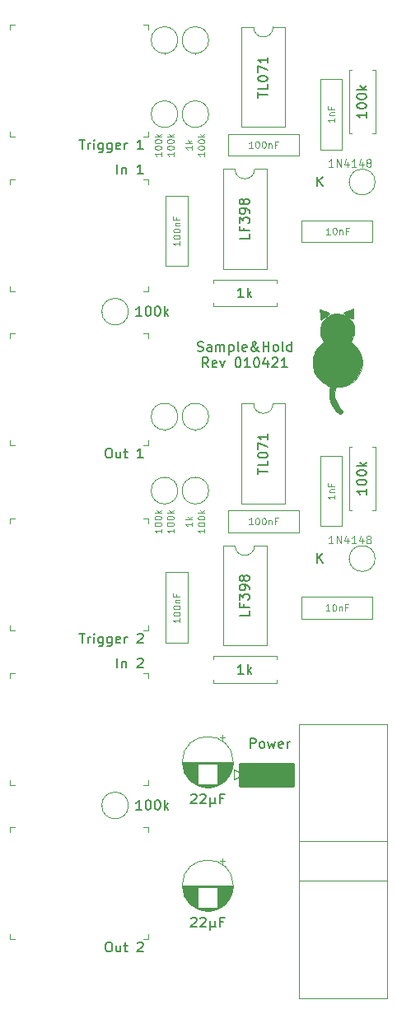
<source format=gbr>
G04 #@! TF.GenerationSoftware,KiCad,Pcbnew,(5.1.9)-1*
G04 #@! TF.CreationDate,2021-04-11T10:04:50+02:00*
G04 #@! TF.ProjectId,S&H Main,53264820-4d61-4696-9e2e-6b696361645f,rev?*
G04 #@! TF.SameCoordinates,Original*
G04 #@! TF.FileFunction,Legend,Top*
G04 #@! TF.FilePolarity,Positive*
%FSLAX46Y46*%
G04 Gerber Fmt 4.6, Leading zero omitted, Abs format (unit mm)*
G04 Created by KiCad (PCBNEW (5.1.9)-1) date 2021-04-11 10:04:50*
%MOMM*%
%LPD*%
G01*
G04 APERTURE LIST*
%ADD10C,0.150000*%
%ADD11C,0.010000*%
%ADD12C,0.120000*%
%ADD13C,0.100000*%
%ADD14C,0.254000*%
G04 APERTURE END LIST*
D10*
X19272857Y-35139761D02*
X19415714Y-35187380D01*
X19653809Y-35187380D01*
X19749047Y-35139761D01*
X19796666Y-35092142D01*
X19844285Y-34996904D01*
X19844285Y-34901666D01*
X19796666Y-34806428D01*
X19749047Y-34758809D01*
X19653809Y-34711190D01*
X19463333Y-34663571D01*
X19368095Y-34615952D01*
X19320476Y-34568333D01*
X19272857Y-34473095D01*
X19272857Y-34377857D01*
X19320476Y-34282619D01*
X19368095Y-34235000D01*
X19463333Y-34187380D01*
X19701428Y-34187380D01*
X19844285Y-34235000D01*
X20701428Y-35187380D02*
X20701428Y-34663571D01*
X20653809Y-34568333D01*
X20558571Y-34520714D01*
X20368095Y-34520714D01*
X20272857Y-34568333D01*
X20701428Y-35139761D02*
X20606190Y-35187380D01*
X20368095Y-35187380D01*
X20272857Y-35139761D01*
X20225238Y-35044523D01*
X20225238Y-34949285D01*
X20272857Y-34854047D01*
X20368095Y-34806428D01*
X20606190Y-34806428D01*
X20701428Y-34758809D01*
X21177619Y-35187380D02*
X21177619Y-34520714D01*
X21177619Y-34615952D02*
X21225238Y-34568333D01*
X21320476Y-34520714D01*
X21463333Y-34520714D01*
X21558571Y-34568333D01*
X21606190Y-34663571D01*
X21606190Y-35187380D01*
X21606190Y-34663571D02*
X21653809Y-34568333D01*
X21749047Y-34520714D01*
X21891904Y-34520714D01*
X21987142Y-34568333D01*
X22034761Y-34663571D01*
X22034761Y-35187380D01*
X22510952Y-34520714D02*
X22510952Y-35520714D01*
X22510952Y-34568333D02*
X22606190Y-34520714D01*
X22796666Y-34520714D01*
X22891904Y-34568333D01*
X22939523Y-34615952D01*
X22987142Y-34711190D01*
X22987142Y-34996904D01*
X22939523Y-35092142D01*
X22891904Y-35139761D01*
X22796666Y-35187380D01*
X22606190Y-35187380D01*
X22510952Y-35139761D01*
X23558571Y-35187380D02*
X23463333Y-35139761D01*
X23415714Y-35044523D01*
X23415714Y-34187380D01*
X24320476Y-35139761D02*
X24225238Y-35187380D01*
X24034761Y-35187380D01*
X23939523Y-35139761D01*
X23891904Y-35044523D01*
X23891904Y-34663571D01*
X23939523Y-34568333D01*
X24034761Y-34520714D01*
X24225238Y-34520714D01*
X24320476Y-34568333D01*
X24368095Y-34663571D01*
X24368095Y-34758809D01*
X23891904Y-34854047D01*
X25606190Y-35187380D02*
X25558571Y-35187380D01*
X25463333Y-35139761D01*
X25320476Y-34996904D01*
X25082380Y-34711190D01*
X24987142Y-34568333D01*
X24939523Y-34425476D01*
X24939523Y-34330238D01*
X24987142Y-34235000D01*
X25082380Y-34187380D01*
X25130000Y-34187380D01*
X25225238Y-34235000D01*
X25272857Y-34330238D01*
X25272857Y-34377857D01*
X25225238Y-34473095D01*
X25177619Y-34520714D01*
X24891904Y-34711190D01*
X24844285Y-34758809D01*
X24796666Y-34854047D01*
X24796666Y-34996904D01*
X24844285Y-35092142D01*
X24891904Y-35139761D01*
X24987142Y-35187380D01*
X25130000Y-35187380D01*
X25225238Y-35139761D01*
X25272857Y-35092142D01*
X25415714Y-34901666D01*
X25463333Y-34758809D01*
X25463333Y-34663571D01*
X26034761Y-35187380D02*
X26034761Y-34187380D01*
X26034761Y-34663571D02*
X26606190Y-34663571D01*
X26606190Y-35187380D02*
X26606190Y-34187380D01*
X27225238Y-35187380D02*
X27130000Y-35139761D01*
X27082380Y-35092142D01*
X27034761Y-34996904D01*
X27034761Y-34711190D01*
X27082380Y-34615952D01*
X27130000Y-34568333D01*
X27225238Y-34520714D01*
X27368095Y-34520714D01*
X27463333Y-34568333D01*
X27510952Y-34615952D01*
X27558571Y-34711190D01*
X27558571Y-34996904D01*
X27510952Y-35092142D01*
X27463333Y-35139761D01*
X27368095Y-35187380D01*
X27225238Y-35187380D01*
X28130000Y-35187380D02*
X28034761Y-35139761D01*
X27987142Y-35044523D01*
X27987142Y-34187380D01*
X28939523Y-35187380D02*
X28939523Y-34187380D01*
X28939523Y-35139761D02*
X28844285Y-35187380D01*
X28653809Y-35187380D01*
X28558571Y-35139761D01*
X28510952Y-35092142D01*
X28463333Y-34996904D01*
X28463333Y-34711190D01*
X28510952Y-34615952D01*
X28558571Y-34568333D01*
X28653809Y-34520714D01*
X28844285Y-34520714D01*
X28939523Y-34568333D01*
X20391904Y-36837380D02*
X20058571Y-36361190D01*
X19820476Y-36837380D02*
X19820476Y-35837380D01*
X20201428Y-35837380D01*
X20296666Y-35885000D01*
X20344285Y-35932619D01*
X20391904Y-36027857D01*
X20391904Y-36170714D01*
X20344285Y-36265952D01*
X20296666Y-36313571D01*
X20201428Y-36361190D01*
X19820476Y-36361190D01*
X21201428Y-36789761D02*
X21106190Y-36837380D01*
X20915714Y-36837380D01*
X20820476Y-36789761D01*
X20772857Y-36694523D01*
X20772857Y-36313571D01*
X20820476Y-36218333D01*
X20915714Y-36170714D01*
X21106190Y-36170714D01*
X21201428Y-36218333D01*
X21249047Y-36313571D01*
X21249047Y-36408809D01*
X20772857Y-36504047D01*
X21582380Y-36170714D02*
X21820476Y-36837380D01*
X22058571Y-36170714D01*
X23391904Y-35837380D02*
X23487142Y-35837380D01*
X23582380Y-35885000D01*
X23630000Y-35932619D01*
X23677619Y-36027857D01*
X23725238Y-36218333D01*
X23725238Y-36456428D01*
X23677619Y-36646904D01*
X23630000Y-36742142D01*
X23582380Y-36789761D01*
X23487142Y-36837380D01*
X23391904Y-36837380D01*
X23296666Y-36789761D01*
X23249047Y-36742142D01*
X23201428Y-36646904D01*
X23153809Y-36456428D01*
X23153809Y-36218333D01*
X23201428Y-36027857D01*
X23249047Y-35932619D01*
X23296666Y-35885000D01*
X23391904Y-35837380D01*
X24677619Y-36837380D02*
X24106190Y-36837380D01*
X24391904Y-36837380D02*
X24391904Y-35837380D01*
X24296666Y-35980238D01*
X24201428Y-36075476D01*
X24106190Y-36123095D01*
X25296666Y-35837380D02*
X25391904Y-35837380D01*
X25487142Y-35885000D01*
X25534761Y-35932619D01*
X25582380Y-36027857D01*
X25630000Y-36218333D01*
X25630000Y-36456428D01*
X25582380Y-36646904D01*
X25534761Y-36742142D01*
X25487142Y-36789761D01*
X25391904Y-36837380D01*
X25296666Y-36837380D01*
X25201428Y-36789761D01*
X25153809Y-36742142D01*
X25106190Y-36646904D01*
X25058571Y-36456428D01*
X25058571Y-36218333D01*
X25106190Y-36027857D01*
X25153809Y-35932619D01*
X25201428Y-35885000D01*
X25296666Y-35837380D01*
X26487142Y-36170714D02*
X26487142Y-36837380D01*
X26249047Y-35789761D02*
X26010952Y-36504047D01*
X26630000Y-36504047D01*
X26963333Y-35932619D02*
X27010952Y-35885000D01*
X27106190Y-35837380D01*
X27344285Y-35837380D01*
X27439523Y-35885000D01*
X27487142Y-35932619D01*
X27534761Y-36027857D01*
X27534761Y-36123095D01*
X27487142Y-36265952D01*
X26915714Y-36837380D01*
X27534761Y-36837380D01*
X28487142Y-36837380D02*
X27915714Y-36837380D01*
X28201428Y-36837380D02*
X28201428Y-35837380D01*
X28106190Y-35980238D01*
X28010952Y-36075476D01*
X27915714Y-36123095D01*
D11*
G04 #@! TO.C,G\u002A\u002A\u002A*
G36*
X34111975Y-31365533D02*
G01*
X34499529Y-31514561D01*
X34846874Y-31777268D01*
X34880458Y-31810178D01*
X35119055Y-32087088D01*
X35269725Y-32370374D01*
X35352509Y-32706590D01*
X35378932Y-32968159D01*
X35389654Y-33243677D01*
X35371742Y-33445634D01*
X35314670Y-33632923D01*
X35224921Y-33829864D01*
X35039587Y-34208673D01*
X35309200Y-34432629D01*
X35658462Y-34803667D01*
X35932837Y-35260043D01*
X36116494Y-35767167D01*
X36193602Y-36290445D01*
X36195000Y-36368282D01*
X36134094Y-36896320D01*
X35961737Y-37394219D01*
X35693466Y-37845702D01*
X35344822Y-38234491D01*
X34931342Y-38544310D01*
X34468566Y-38758880D01*
X33972032Y-38861923D01*
X33808071Y-38868684D01*
X33620332Y-38878029D01*
X33514696Y-38927592D01*
X33439815Y-39049664D01*
X33409853Y-39119124D01*
X33326088Y-39487435D01*
X33356622Y-39897429D01*
X33496393Y-40330591D01*
X33740336Y-40768404D01*
X33929598Y-41019623D01*
X34098260Y-41240034D01*
X34175470Y-41396237D01*
X34169114Y-41513485D01*
X34109526Y-41595842D01*
X33979072Y-41669092D01*
X33828517Y-41635022D01*
X33643972Y-41488000D01*
X33524337Y-41358553D01*
X33174002Y-40872667D01*
X32941051Y-40365772D01*
X32832200Y-39853744D01*
X32824776Y-39704211D01*
X32829742Y-39432845D01*
X32847931Y-39185606D01*
X32872845Y-39028508D01*
X32895402Y-38913381D01*
X32874438Y-38833134D01*
X32786350Y-38759707D01*
X32607535Y-38665041D01*
X32538634Y-38631221D01*
X32105674Y-38354047D01*
X31716572Y-37979867D01*
X31407301Y-37545126D01*
X31339123Y-37415895D01*
X31250392Y-37219189D01*
X31194836Y-37043821D01*
X31164911Y-36847432D01*
X31153077Y-36587661D01*
X31151513Y-36362105D01*
X31155439Y-36038856D01*
X31172416Y-35806295D01*
X31210242Y-35621526D01*
X31276716Y-35441658D01*
X31345954Y-35292632D01*
X31511006Y-35014538D01*
X31731785Y-34722723D01*
X31899765Y-34539758D01*
X32259137Y-34187937D01*
X32130820Y-34005021D01*
X31937922Y-33615417D01*
X31861035Y-33168652D01*
X31867869Y-32921863D01*
X31972282Y-32448612D01*
X32185150Y-32041640D01*
X32492542Y-31713451D01*
X32880521Y-31476544D01*
X33335156Y-31343421D01*
X33655000Y-31318462D01*
X34111975Y-31365533D01*
G37*
X34111975Y-31365533D02*
X34499529Y-31514561D01*
X34846874Y-31777268D01*
X34880458Y-31810178D01*
X35119055Y-32087088D01*
X35269725Y-32370374D01*
X35352509Y-32706590D01*
X35378932Y-32968159D01*
X35389654Y-33243677D01*
X35371742Y-33445634D01*
X35314670Y-33632923D01*
X35224921Y-33829864D01*
X35039587Y-34208673D01*
X35309200Y-34432629D01*
X35658462Y-34803667D01*
X35932837Y-35260043D01*
X36116494Y-35767167D01*
X36193602Y-36290445D01*
X36195000Y-36368282D01*
X36134094Y-36896320D01*
X35961737Y-37394219D01*
X35693466Y-37845702D01*
X35344822Y-38234491D01*
X34931342Y-38544310D01*
X34468566Y-38758880D01*
X33972032Y-38861923D01*
X33808071Y-38868684D01*
X33620332Y-38878029D01*
X33514696Y-38927592D01*
X33439815Y-39049664D01*
X33409853Y-39119124D01*
X33326088Y-39487435D01*
X33356622Y-39897429D01*
X33496393Y-40330591D01*
X33740336Y-40768404D01*
X33929598Y-41019623D01*
X34098260Y-41240034D01*
X34175470Y-41396237D01*
X34169114Y-41513485D01*
X34109526Y-41595842D01*
X33979072Y-41669092D01*
X33828517Y-41635022D01*
X33643972Y-41488000D01*
X33524337Y-41358553D01*
X33174002Y-40872667D01*
X32941051Y-40365772D01*
X32832200Y-39853744D01*
X32824776Y-39704211D01*
X32829742Y-39432845D01*
X32847931Y-39185606D01*
X32872845Y-39028508D01*
X32895402Y-38913381D01*
X32874438Y-38833134D01*
X32786350Y-38759707D01*
X32607535Y-38665041D01*
X32538634Y-38631221D01*
X32105674Y-38354047D01*
X31716572Y-37979867D01*
X31407301Y-37545126D01*
X31339123Y-37415895D01*
X31250392Y-37219189D01*
X31194836Y-37043821D01*
X31164911Y-36847432D01*
X31153077Y-36587661D01*
X31151513Y-36362105D01*
X31155439Y-36038856D01*
X31172416Y-35806295D01*
X31210242Y-35621526D01*
X31276716Y-35441658D01*
X31345954Y-35292632D01*
X31511006Y-35014538D01*
X31731785Y-34722723D01*
X31899765Y-34539758D01*
X32259137Y-34187937D01*
X32130820Y-34005021D01*
X31937922Y-33615417D01*
X31861035Y-33168652D01*
X31867869Y-32921863D01*
X31972282Y-32448612D01*
X32185150Y-32041640D01*
X32492542Y-31713451D01*
X32880521Y-31476544D01*
X33335156Y-31343421D01*
X33655000Y-31318462D01*
X34111975Y-31365533D01*
G36*
X32092294Y-30955838D02*
G01*
X32324355Y-31040666D01*
X32371297Y-31059997D01*
X32596716Y-31161489D01*
X32761523Y-31249463D01*
X32837519Y-31308415D01*
X32839192Y-31317244D01*
X32781342Y-31375770D01*
X32647196Y-31486610D01*
X32468839Y-31625540D01*
X32278356Y-31768341D01*
X32107832Y-31890791D01*
X31989350Y-31968670D01*
X31956041Y-31983947D01*
X31937104Y-31922774D01*
X31912203Y-31761047D01*
X31886214Y-31531456D01*
X31882035Y-31487978D01*
X31862508Y-31238432D01*
X31854029Y-31039343D01*
X31858140Y-30929507D01*
X31859621Y-30923973D01*
X31928675Y-30914626D01*
X32092294Y-30955838D01*
G37*
X32092294Y-30955838D02*
X32324355Y-31040666D01*
X32371297Y-31059997D01*
X32596716Y-31161489D01*
X32761523Y-31249463D01*
X32837519Y-31308415D01*
X32839192Y-31317244D01*
X32781342Y-31375770D01*
X32647196Y-31486610D01*
X32468839Y-31625540D01*
X32278356Y-31768341D01*
X32107832Y-31890791D01*
X31989350Y-31968670D01*
X31956041Y-31983947D01*
X31937104Y-31922774D01*
X31912203Y-31761047D01*
X31886214Y-31531456D01*
X31882035Y-31487978D01*
X31862508Y-31238432D01*
X31854029Y-31039343D01*
X31858140Y-30929507D01*
X31859621Y-30923973D01*
X31928675Y-30914626D01*
X32092294Y-30955838D01*
G36*
X35313089Y-30886229D02*
G01*
X35328741Y-31007829D01*
X35326837Y-31211949D01*
X35326052Y-31317181D01*
X35319100Y-31606033D01*
X35296688Y-31776612D01*
X35256483Y-31843681D01*
X35242500Y-31845971D01*
X35151195Y-31808371D01*
X34982628Y-31712277D01*
X34768766Y-31576273D01*
X34704907Y-31533426D01*
X34250867Y-31225174D01*
X34638065Y-31064704D01*
X34942368Y-30936385D01*
X35141744Y-30858522D01*
X35258037Y-30839132D01*
X35313089Y-30886229D01*
G37*
X35313089Y-30886229D02*
X35328741Y-31007829D01*
X35326837Y-31211949D01*
X35326052Y-31317181D01*
X35319100Y-31606033D01*
X35296688Y-31776612D01*
X35256483Y-31843681D01*
X35242500Y-31845971D01*
X35151195Y-31808371D01*
X34982628Y-31712277D01*
X34768766Y-31576273D01*
X34704907Y-31533426D01*
X34250867Y-31225174D01*
X34638065Y-31064704D01*
X34942368Y-30936385D01*
X35141744Y-30858522D01*
X35258037Y-30839132D01*
X35313089Y-30886229D01*
D12*
G04 #@! TO.C,J7*
X0Y-44870000D02*
X500000Y-44870000D01*
X0Y-44870000D02*
X0Y-44370000D01*
X14200000Y-44870000D02*
X13700000Y-44870000D01*
X14200000Y-44870000D02*
X14200000Y-44370000D01*
X14200000Y-33370000D02*
X13700000Y-33370000D01*
X14200000Y-33370000D02*
X14200000Y-33870000D01*
X0Y-33370000D02*
X500000Y-33370000D01*
X0Y-33370000D02*
X0Y-33870000D01*
G04 #@! TO.C,J6*
X0Y-95670000D02*
X500000Y-95670000D01*
X0Y-95670000D02*
X0Y-95170000D01*
X14200000Y-95670000D02*
X13700000Y-95670000D01*
X14200000Y-95670000D02*
X14200000Y-95170000D01*
X14200000Y-84170000D02*
X13700000Y-84170000D01*
X14200000Y-84170000D02*
X14200000Y-84670000D01*
X0Y-84170000D02*
X500000Y-84170000D01*
X0Y-84170000D02*
X0Y-84670000D01*
G04 #@! TO.C,J4*
X0Y-28995000D02*
X500000Y-28995000D01*
X0Y-28995000D02*
X0Y-28495000D01*
X14200000Y-28995000D02*
X13700000Y-28995000D01*
X14200000Y-28995000D02*
X14200000Y-28495000D01*
X14200000Y-17495000D02*
X13700000Y-17495000D01*
X14200000Y-17495000D02*
X14200000Y-17995000D01*
X0Y-17495000D02*
X500000Y-17495000D01*
X0Y-17495000D02*
X0Y-17995000D01*
G04 #@! TO.C,J3*
X0Y-13120000D02*
X500000Y-13120000D01*
X0Y-13120000D02*
X0Y-12620000D01*
X14200000Y-13120000D02*
X13700000Y-13120000D01*
X14200000Y-13120000D02*
X14200000Y-12620000D01*
X14200000Y-1620000D02*
X13700000Y-1620000D01*
X14200000Y-1620000D02*
X14200000Y-2120000D01*
X0Y-1620000D02*
X500000Y-1620000D01*
X0Y-1620000D02*
X0Y-2120000D01*
G04 #@! TO.C,J2*
X0Y-79795000D02*
X500000Y-79795000D01*
X0Y-79795000D02*
X0Y-79295000D01*
X14200000Y-79795000D02*
X13700000Y-79795000D01*
X14200000Y-79795000D02*
X14200000Y-79295000D01*
X14200000Y-68295000D02*
X13700000Y-68295000D01*
X14200000Y-68295000D02*
X14200000Y-68795000D01*
X0Y-68295000D02*
X500000Y-68295000D01*
X0Y-68295000D02*
X0Y-68795000D01*
G04 #@! TO.C,J1*
X0Y-63920000D02*
X500000Y-63920000D01*
X0Y-63920000D02*
X0Y-63420000D01*
X14200000Y-63920000D02*
X13700000Y-63920000D01*
X14200000Y-63920000D02*
X14200000Y-63420000D01*
X14200000Y-52420000D02*
X13700000Y-52420000D01*
X14200000Y-52420000D02*
X14200000Y-52920000D01*
X0Y-52420000D02*
X500000Y-52420000D01*
X0Y-52420000D02*
X0Y-52920000D01*
G04 #@! TO.C,R1*
X12165000Y-81915000D02*
G75*
G03*
X12165000Y-81915000I-1370000J0D01*
G01*
X9425000Y-81915000D02*
X9355000Y-81915000D01*
G04 #@! TO.C,D1*
X37521371Y-56515000D02*
G75*
G03*
X37521371Y-56515000I-1326371J0D01*
G01*
X34868629Y-56515000D02*
X34755000Y-56515000D01*
G04 #@! TO.C,R8*
X20420000Y-41910000D02*
G75*
G03*
X20420000Y-41910000I-1370000J0D01*
G01*
X19050000Y-43280000D02*
X19050000Y-43350000D01*
G04 #@! TO.C,R7*
X20420000Y-49530000D02*
G75*
G03*
X20420000Y-49530000I-1370000J0D01*
G01*
X19050000Y-48160000D02*
X19050000Y-48090000D01*
G04 #@! TO.C,R5*
X17245000Y-41910000D02*
G75*
G03*
X17245000Y-41910000I-1370000J0D01*
G01*
X15875000Y-43280000D02*
X15875000Y-43350000D01*
G04 #@! TO.C,R3*
X17245000Y-49530000D02*
G75*
G03*
X17245000Y-49530000I-1370000J0D01*
G01*
X15875000Y-48160000D02*
X15875000Y-48090000D01*
G04 #@! TO.C,D2*
X37521371Y-17780000D02*
G75*
G03*
X37521371Y-17780000I-1326371J0D01*
G01*
X34868629Y-17780000D02*
X34755000Y-17780000D01*
G04 #@! TO.C,R10*
X20420000Y-3175000D02*
G75*
G03*
X20420000Y-3175000I-1370000J0D01*
G01*
X19050000Y-4545000D02*
X19050000Y-4615000D01*
G04 #@! TO.C,R9*
X20420000Y-10795000D02*
G75*
G03*
X20420000Y-10795000I-1370000J0D01*
G01*
X19050000Y-9425000D02*
X19050000Y-9355000D01*
G04 #@! TO.C,R2*
X12165000Y-31115000D02*
G75*
G03*
X12165000Y-31115000I-1370000J0D01*
G01*
X9425000Y-31115000D02*
X9355000Y-31115000D01*
G04 #@! TO.C,R6*
X17245000Y-3175000D02*
G75*
G03*
X17245000Y-3175000I-1370000J0D01*
G01*
X15875000Y-4545000D02*
X15875000Y-4615000D01*
G04 #@! TO.C,R4*
X17245000Y-10795000D02*
G75*
G03*
X17245000Y-10795000I-1370000J0D01*
G01*
X15875000Y-9425000D02*
X15875000Y-9355000D01*
G04 #@! TO.C,U4*
X27035000Y-1845000D02*
G75*
G02*
X25035000Y-1845000I-1000000J0D01*
G01*
X25035000Y-1845000D02*
X23785000Y-1845000D01*
X23785000Y-1845000D02*
X23785000Y-12125000D01*
X23785000Y-12125000D02*
X28285000Y-12125000D01*
X28285000Y-12125000D02*
X28285000Y-1845000D01*
X28285000Y-1845000D02*
X27035000Y-1845000D01*
G04 #@! TO.C,U1*
X27035000Y-40580000D02*
G75*
G02*
X25035000Y-40580000I-1000000J0D01*
G01*
X25035000Y-40580000D02*
X23785000Y-40580000D01*
X23785000Y-40580000D02*
X23785000Y-50860000D01*
X23785000Y-50860000D02*
X28285000Y-50860000D01*
X28285000Y-50860000D02*
X28285000Y-40580000D01*
X28285000Y-40580000D02*
X27035000Y-40580000D01*
G04 #@! TO.C,C10*
X18265000Y-19200000D02*
X18265000Y-26440000D01*
X16025000Y-19200000D02*
X16025000Y-26440000D01*
X18265000Y-19200000D02*
X16025000Y-19200000D01*
X18265000Y-26440000D02*
X16025000Y-26440000D01*
G04 #@! TO.C,C9*
X29695000Y-15090000D02*
X22455000Y-15090000D01*
X29695000Y-12850000D02*
X22455000Y-12850000D01*
X29695000Y-15090000D02*
X29695000Y-12850000D01*
X22455000Y-15090000D02*
X22455000Y-12850000D01*
G04 #@! TO.C,C8*
X18265000Y-57935000D02*
X18265000Y-65175000D01*
X16025000Y-57935000D02*
X16025000Y-65175000D01*
X18265000Y-57935000D02*
X16025000Y-57935000D01*
X18265000Y-65175000D02*
X16025000Y-65175000D01*
G04 #@! TO.C,U3*
X25130000Y-16450000D02*
G75*
G02*
X23130000Y-16450000I-1000000J0D01*
G01*
X23130000Y-16450000D02*
X21880000Y-16450000D01*
X21880000Y-16450000D02*
X21880000Y-26730000D01*
X21880000Y-26730000D02*
X26380000Y-26730000D01*
X26380000Y-26730000D02*
X26380000Y-16450000D01*
X26380000Y-16450000D02*
X25130000Y-16450000D01*
G04 #@! TO.C,U2*
X25130000Y-55185000D02*
G75*
G02*
X23130000Y-55185000I-1000000J0D01*
G01*
X23130000Y-55185000D02*
X21880000Y-55185000D01*
X21880000Y-55185000D02*
X21880000Y-65465000D01*
X21880000Y-65465000D02*
X26380000Y-65465000D01*
X26380000Y-65465000D02*
X26380000Y-55185000D01*
X26380000Y-55185000D02*
X25130000Y-55185000D01*
G04 #@! TO.C,R14*
X20860000Y-28170000D02*
X20860000Y-27840000D01*
X20860000Y-27840000D02*
X27400000Y-27840000D01*
X27400000Y-27840000D02*
X27400000Y-28170000D01*
X20860000Y-30250000D02*
X20860000Y-30580000D01*
X20860000Y-30580000D02*
X27400000Y-30580000D01*
X27400000Y-30580000D02*
X27400000Y-30250000D01*
G04 #@! TO.C,R13*
X20860000Y-66905000D02*
X20860000Y-66575000D01*
X20860000Y-66575000D02*
X27400000Y-66575000D01*
X27400000Y-66575000D02*
X27400000Y-66905000D01*
X20860000Y-68985000D02*
X20860000Y-69315000D01*
X20860000Y-69315000D02*
X27400000Y-69315000D01*
X27400000Y-69315000D02*
X27400000Y-68985000D01*
G04 #@! TO.C,R12*
X37235000Y-6255000D02*
X37565000Y-6255000D01*
X37565000Y-6255000D02*
X37565000Y-12795000D01*
X37565000Y-12795000D02*
X37235000Y-12795000D01*
X35155000Y-6255000D02*
X34825000Y-6255000D01*
X34825000Y-6255000D02*
X34825000Y-12795000D01*
X34825000Y-12795000D02*
X35155000Y-12795000D01*
G04 #@! TO.C,R11*
X37235000Y-44990000D02*
X37565000Y-44990000D01*
X37565000Y-44990000D02*
X37565000Y-51530000D01*
X37565000Y-51530000D02*
X37235000Y-51530000D01*
X35155000Y-44990000D02*
X34825000Y-44990000D01*
X34825000Y-44990000D02*
X34825000Y-51530000D01*
X34825000Y-51530000D02*
X35155000Y-51530000D01*
G04 #@! TO.C,J5*
X29670000Y-85580000D02*
X38790000Y-85580000D01*
X29670000Y-89680000D02*
X38790000Y-89680000D01*
X29670000Y-73530000D02*
X38790000Y-73530000D01*
X38790000Y-73530000D02*
X38790000Y-101730000D01*
X38790000Y-101730000D02*
X29670000Y-101730000D01*
X29670000Y-101730000D02*
X29670000Y-73530000D01*
X24050000Y-78740000D02*
X23050000Y-78240000D01*
X23050000Y-78240000D02*
X23050000Y-79240000D01*
X23050000Y-79240000D02*
X24050000Y-78740000D01*
G04 #@! TO.C,C7*
X29995000Y-21740000D02*
X37235000Y-21740000D01*
X29995000Y-23980000D02*
X37235000Y-23980000D01*
X29995000Y-21740000D02*
X29995000Y-23980000D01*
X37235000Y-21740000D02*
X37235000Y-23980000D01*
G04 #@! TO.C,C6*
X29995000Y-60475000D02*
X37235000Y-60475000D01*
X29995000Y-62715000D02*
X37235000Y-62715000D01*
X29995000Y-60475000D02*
X29995000Y-62715000D01*
X37235000Y-60475000D02*
X37235000Y-62715000D01*
G04 #@! TO.C,C5*
X22940000Y-77450000D02*
G75*
G03*
X22940000Y-77450000I-2620000J0D01*
G01*
X22900000Y-77450000D02*
X17740000Y-77450000D01*
X22900000Y-77490000D02*
X17740000Y-77490000D01*
X22899000Y-77530000D02*
X17741000Y-77530000D01*
X22898000Y-77570000D02*
X17742000Y-77570000D01*
X22896000Y-77610000D02*
X17744000Y-77610000D01*
X22893000Y-77650000D02*
X17747000Y-77650000D01*
X22889000Y-77690000D02*
X21360000Y-77690000D01*
X19280000Y-77690000D02*
X17751000Y-77690000D01*
X22885000Y-77730000D02*
X21360000Y-77730000D01*
X19280000Y-77730000D02*
X17755000Y-77730000D01*
X22881000Y-77770000D02*
X21360000Y-77770000D01*
X19280000Y-77770000D02*
X17759000Y-77770000D01*
X22876000Y-77810000D02*
X21360000Y-77810000D01*
X19280000Y-77810000D02*
X17764000Y-77810000D01*
X22870000Y-77850000D02*
X21360000Y-77850000D01*
X19280000Y-77850000D02*
X17770000Y-77850000D01*
X22863000Y-77890000D02*
X21360000Y-77890000D01*
X19280000Y-77890000D02*
X17777000Y-77890000D01*
X22856000Y-77930000D02*
X21360000Y-77930000D01*
X19280000Y-77930000D02*
X17784000Y-77930000D01*
X22848000Y-77970000D02*
X21360000Y-77970000D01*
X19280000Y-77970000D02*
X17792000Y-77970000D01*
X22840000Y-78010000D02*
X21360000Y-78010000D01*
X19280000Y-78010000D02*
X17800000Y-78010000D01*
X22831000Y-78050000D02*
X21360000Y-78050000D01*
X19280000Y-78050000D02*
X17809000Y-78050000D01*
X22821000Y-78090000D02*
X21360000Y-78090000D01*
X19280000Y-78090000D02*
X17819000Y-78090000D01*
X22811000Y-78130000D02*
X21360000Y-78130000D01*
X19280000Y-78130000D02*
X17829000Y-78130000D01*
X22800000Y-78171000D02*
X21360000Y-78171000D01*
X19280000Y-78171000D02*
X17840000Y-78171000D01*
X22788000Y-78211000D02*
X21360000Y-78211000D01*
X19280000Y-78211000D02*
X17852000Y-78211000D01*
X22775000Y-78251000D02*
X21360000Y-78251000D01*
X19280000Y-78251000D02*
X17865000Y-78251000D01*
X22762000Y-78291000D02*
X21360000Y-78291000D01*
X19280000Y-78291000D02*
X17878000Y-78291000D01*
X22748000Y-78331000D02*
X21360000Y-78331000D01*
X19280000Y-78331000D02*
X17892000Y-78331000D01*
X22734000Y-78371000D02*
X21360000Y-78371000D01*
X19280000Y-78371000D02*
X17906000Y-78371000D01*
X22718000Y-78411000D02*
X21360000Y-78411000D01*
X19280000Y-78411000D02*
X17922000Y-78411000D01*
X22702000Y-78451000D02*
X21360000Y-78451000D01*
X19280000Y-78451000D02*
X17938000Y-78451000D01*
X22685000Y-78491000D02*
X21360000Y-78491000D01*
X19280000Y-78491000D02*
X17955000Y-78491000D01*
X22668000Y-78531000D02*
X21360000Y-78531000D01*
X19280000Y-78531000D02*
X17972000Y-78531000D01*
X22649000Y-78571000D02*
X21360000Y-78571000D01*
X19280000Y-78571000D02*
X17991000Y-78571000D01*
X22630000Y-78611000D02*
X21360000Y-78611000D01*
X19280000Y-78611000D02*
X18010000Y-78611000D01*
X22610000Y-78651000D02*
X21360000Y-78651000D01*
X19280000Y-78651000D02*
X18030000Y-78651000D01*
X22588000Y-78691000D02*
X21360000Y-78691000D01*
X19280000Y-78691000D02*
X18052000Y-78691000D01*
X22567000Y-78731000D02*
X21360000Y-78731000D01*
X19280000Y-78731000D02*
X18073000Y-78731000D01*
X22544000Y-78771000D02*
X21360000Y-78771000D01*
X19280000Y-78771000D02*
X18096000Y-78771000D01*
X22520000Y-78811000D02*
X21360000Y-78811000D01*
X19280000Y-78811000D02*
X18120000Y-78811000D01*
X22495000Y-78851000D02*
X21360000Y-78851000D01*
X19280000Y-78851000D02*
X18145000Y-78851000D01*
X22469000Y-78891000D02*
X21360000Y-78891000D01*
X19280000Y-78891000D02*
X18171000Y-78891000D01*
X22442000Y-78931000D02*
X21360000Y-78931000D01*
X19280000Y-78931000D02*
X18198000Y-78931000D01*
X22415000Y-78971000D02*
X21360000Y-78971000D01*
X19280000Y-78971000D02*
X18225000Y-78971000D01*
X22385000Y-79011000D02*
X21360000Y-79011000D01*
X19280000Y-79011000D02*
X18255000Y-79011000D01*
X22355000Y-79051000D02*
X21360000Y-79051000D01*
X19280000Y-79051000D02*
X18285000Y-79051000D01*
X22324000Y-79091000D02*
X21360000Y-79091000D01*
X19280000Y-79091000D02*
X18316000Y-79091000D01*
X22291000Y-79131000D02*
X21360000Y-79131000D01*
X19280000Y-79131000D02*
X18349000Y-79131000D01*
X22257000Y-79171000D02*
X21360000Y-79171000D01*
X19280000Y-79171000D02*
X18383000Y-79171000D01*
X22221000Y-79211000D02*
X21360000Y-79211000D01*
X19280000Y-79211000D02*
X18419000Y-79211000D01*
X22184000Y-79251000D02*
X21360000Y-79251000D01*
X19280000Y-79251000D02*
X18456000Y-79251000D01*
X22146000Y-79291000D02*
X21360000Y-79291000D01*
X19280000Y-79291000D02*
X18494000Y-79291000D01*
X22105000Y-79331000D02*
X21360000Y-79331000D01*
X19280000Y-79331000D02*
X18535000Y-79331000D01*
X22063000Y-79371000D02*
X21360000Y-79371000D01*
X19280000Y-79371000D02*
X18577000Y-79371000D01*
X22019000Y-79411000D02*
X21360000Y-79411000D01*
X19280000Y-79411000D02*
X18621000Y-79411000D01*
X21973000Y-79451000D02*
X21360000Y-79451000D01*
X19280000Y-79451000D02*
X18667000Y-79451000D01*
X21925000Y-79491000D02*
X21360000Y-79491000D01*
X19280000Y-79491000D02*
X18715000Y-79491000D01*
X21874000Y-79531000D02*
X21360000Y-79531000D01*
X19280000Y-79531000D02*
X18766000Y-79531000D01*
X21820000Y-79571000D02*
X21360000Y-79571000D01*
X19280000Y-79571000D02*
X18820000Y-79571000D01*
X21763000Y-79611000D02*
X21360000Y-79611000D01*
X19280000Y-79611000D02*
X18877000Y-79611000D01*
X21703000Y-79651000D02*
X21360000Y-79651000D01*
X19280000Y-79651000D02*
X18937000Y-79651000D01*
X21639000Y-79691000D02*
X21360000Y-79691000D01*
X19280000Y-79691000D02*
X19001000Y-79691000D01*
X21571000Y-79731000D02*
X21360000Y-79731000D01*
X19280000Y-79731000D02*
X19069000Y-79731000D01*
X21498000Y-79771000D02*
X19142000Y-79771000D01*
X21418000Y-79811000D02*
X19222000Y-79811000D01*
X21331000Y-79851000D02*
X19309000Y-79851000D01*
X21235000Y-79891000D02*
X19405000Y-79891000D01*
X21125000Y-79931000D02*
X19515000Y-79931000D01*
X20997000Y-79971000D02*
X19643000Y-79971000D01*
X20838000Y-80011000D02*
X19802000Y-80011000D01*
X20604000Y-80051000D02*
X20036000Y-80051000D01*
X21795000Y-74645225D02*
X21795000Y-75145225D01*
X22045000Y-74895225D02*
X21545000Y-74895225D01*
G04 #@! TO.C,C4*
X22940000Y-90150000D02*
G75*
G03*
X22940000Y-90150000I-2620000J0D01*
G01*
X22900000Y-90150000D02*
X17740000Y-90150000D01*
X22900000Y-90190000D02*
X17740000Y-90190000D01*
X22899000Y-90230000D02*
X17741000Y-90230000D01*
X22898000Y-90270000D02*
X17742000Y-90270000D01*
X22896000Y-90310000D02*
X17744000Y-90310000D01*
X22893000Y-90350000D02*
X17747000Y-90350000D01*
X22889000Y-90390000D02*
X21360000Y-90390000D01*
X19280000Y-90390000D02*
X17751000Y-90390000D01*
X22885000Y-90430000D02*
X21360000Y-90430000D01*
X19280000Y-90430000D02*
X17755000Y-90430000D01*
X22881000Y-90470000D02*
X21360000Y-90470000D01*
X19280000Y-90470000D02*
X17759000Y-90470000D01*
X22876000Y-90510000D02*
X21360000Y-90510000D01*
X19280000Y-90510000D02*
X17764000Y-90510000D01*
X22870000Y-90550000D02*
X21360000Y-90550000D01*
X19280000Y-90550000D02*
X17770000Y-90550000D01*
X22863000Y-90590000D02*
X21360000Y-90590000D01*
X19280000Y-90590000D02*
X17777000Y-90590000D01*
X22856000Y-90630000D02*
X21360000Y-90630000D01*
X19280000Y-90630000D02*
X17784000Y-90630000D01*
X22848000Y-90670000D02*
X21360000Y-90670000D01*
X19280000Y-90670000D02*
X17792000Y-90670000D01*
X22840000Y-90710000D02*
X21360000Y-90710000D01*
X19280000Y-90710000D02*
X17800000Y-90710000D01*
X22831000Y-90750000D02*
X21360000Y-90750000D01*
X19280000Y-90750000D02*
X17809000Y-90750000D01*
X22821000Y-90790000D02*
X21360000Y-90790000D01*
X19280000Y-90790000D02*
X17819000Y-90790000D01*
X22811000Y-90830000D02*
X21360000Y-90830000D01*
X19280000Y-90830000D02*
X17829000Y-90830000D01*
X22800000Y-90871000D02*
X21360000Y-90871000D01*
X19280000Y-90871000D02*
X17840000Y-90871000D01*
X22788000Y-90911000D02*
X21360000Y-90911000D01*
X19280000Y-90911000D02*
X17852000Y-90911000D01*
X22775000Y-90951000D02*
X21360000Y-90951000D01*
X19280000Y-90951000D02*
X17865000Y-90951000D01*
X22762000Y-90991000D02*
X21360000Y-90991000D01*
X19280000Y-90991000D02*
X17878000Y-90991000D01*
X22748000Y-91031000D02*
X21360000Y-91031000D01*
X19280000Y-91031000D02*
X17892000Y-91031000D01*
X22734000Y-91071000D02*
X21360000Y-91071000D01*
X19280000Y-91071000D02*
X17906000Y-91071000D01*
X22718000Y-91111000D02*
X21360000Y-91111000D01*
X19280000Y-91111000D02*
X17922000Y-91111000D01*
X22702000Y-91151000D02*
X21360000Y-91151000D01*
X19280000Y-91151000D02*
X17938000Y-91151000D01*
X22685000Y-91191000D02*
X21360000Y-91191000D01*
X19280000Y-91191000D02*
X17955000Y-91191000D01*
X22668000Y-91231000D02*
X21360000Y-91231000D01*
X19280000Y-91231000D02*
X17972000Y-91231000D01*
X22649000Y-91271000D02*
X21360000Y-91271000D01*
X19280000Y-91271000D02*
X17991000Y-91271000D01*
X22630000Y-91311000D02*
X21360000Y-91311000D01*
X19280000Y-91311000D02*
X18010000Y-91311000D01*
X22610000Y-91351000D02*
X21360000Y-91351000D01*
X19280000Y-91351000D02*
X18030000Y-91351000D01*
X22588000Y-91391000D02*
X21360000Y-91391000D01*
X19280000Y-91391000D02*
X18052000Y-91391000D01*
X22567000Y-91431000D02*
X21360000Y-91431000D01*
X19280000Y-91431000D02*
X18073000Y-91431000D01*
X22544000Y-91471000D02*
X21360000Y-91471000D01*
X19280000Y-91471000D02*
X18096000Y-91471000D01*
X22520000Y-91511000D02*
X21360000Y-91511000D01*
X19280000Y-91511000D02*
X18120000Y-91511000D01*
X22495000Y-91551000D02*
X21360000Y-91551000D01*
X19280000Y-91551000D02*
X18145000Y-91551000D01*
X22469000Y-91591000D02*
X21360000Y-91591000D01*
X19280000Y-91591000D02*
X18171000Y-91591000D01*
X22442000Y-91631000D02*
X21360000Y-91631000D01*
X19280000Y-91631000D02*
X18198000Y-91631000D01*
X22415000Y-91671000D02*
X21360000Y-91671000D01*
X19280000Y-91671000D02*
X18225000Y-91671000D01*
X22385000Y-91711000D02*
X21360000Y-91711000D01*
X19280000Y-91711000D02*
X18255000Y-91711000D01*
X22355000Y-91751000D02*
X21360000Y-91751000D01*
X19280000Y-91751000D02*
X18285000Y-91751000D01*
X22324000Y-91791000D02*
X21360000Y-91791000D01*
X19280000Y-91791000D02*
X18316000Y-91791000D01*
X22291000Y-91831000D02*
X21360000Y-91831000D01*
X19280000Y-91831000D02*
X18349000Y-91831000D01*
X22257000Y-91871000D02*
X21360000Y-91871000D01*
X19280000Y-91871000D02*
X18383000Y-91871000D01*
X22221000Y-91911000D02*
X21360000Y-91911000D01*
X19280000Y-91911000D02*
X18419000Y-91911000D01*
X22184000Y-91951000D02*
X21360000Y-91951000D01*
X19280000Y-91951000D02*
X18456000Y-91951000D01*
X22146000Y-91991000D02*
X21360000Y-91991000D01*
X19280000Y-91991000D02*
X18494000Y-91991000D01*
X22105000Y-92031000D02*
X21360000Y-92031000D01*
X19280000Y-92031000D02*
X18535000Y-92031000D01*
X22063000Y-92071000D02*
X21360000Y-92071000D01*
X19280000Y-92071000D02*
X18577000Y-92071000D01*
X22019000Y-92111000D02*
X21360000Y-92111000D01*
X19280000Y-92111000D02*
X18621000Y-92111000D01*
X21973000Y-92151000D02*
X21360000Y-92151000D01*
X19280000Y-92151000D02*
X18667000Y-92151000D01*
X21925000Y-92191000D02*
X21360000Y-92191000D01*
X19280000Y-92191000D02*
X18715000Y-92191000D01*
X21874000Y-92231000D02*
X21360000Y-92231000D01*
X19280000Y-92231000D02*
X18766000Y-92231000D01*
X21820000Y-92271000D02*
X21360000Y-92271000D01*
X19280000Y-92271000D02*
X18820000Y-92271000D01*
X21763000Y-92311000D02*
X21360000Y-92311000D01*
X19280000Y-92311000D02*
X18877000Y-92311000D01*
X21703000Y-92351000D02*
X21360000Y-92351000D01*
X19280000Y-92351000D02*
X18937000Y-92351000D01*
X21639000Y-92391000D02*
X21360000Y-92391000D01*
X19280000Y-92391000D02*
X19001000Y-92391000D01*
X21571000Y-92431000D02*
X21360000Y-92431000D01*
X19280000Y-92431000D02*
X19069000Y-92431000D01*
X21498000Y-92471000D02*
X19142000Y-92471000D01*
X21418000Y-92511000D02*
X19222000Y-92511000D01*
X21331000Y-92551000D02*
X19309000Y-92551000D01*
X21235000Y-92591000D02*
X19405000Y-92591000D01*
X21125000Y-92631000D02*
X19515000Y-92631000D01*
X20997000Y-92671000D02*
X19643000Y-92671000D01*
X20838000Y-92711000D02*
X19802000Y-92711000D01*
X20604000Y-92751000D02*
X20036000Y-92751000D01*
X21795000Y-87345225D02*
X21795000Y-87845225D01*
X22045000Y-87595225D02*
X21545000Y-87595225D01*
G04 #@! TO.C,C3*
X29695000Y-53825000D02*
X22455000Y-53825000D01*
X29695000Y-51585000D02*
X22455000Y-51585000D01*
X29695000Y-53825000D02*
X29695000Y-51585000D01*
X22455000Y-53825000D02*
X22455000Y-51585000D01*
G04 #@! TO.C,C2*
X31900000Y-14455000D02*
X31900000Y-7215000D01*
X34140000Y-14455000D02*
X34140000Y-7215000D01*
X31900000Y-14455000D02*
X34140000Y-14455000D01*
X31900000Y-7215000D02*
X34140000Y-7215000D01*
G04 #@! TO.C,C1*
X31900000Y-53190000D02*
X31900000Y-45950000D01*
X34140000Y-53190000D02*
X34140000Y-45950000D01*
X31900000Y-53190000D02*
X34140000Y-53190000D01*
X31900000Y-45950000D02*
X34140000Y-45950000D01*
G04 #@! TO.C,J7*
D10*
X10062976Y-45172380D02*
X10253452Y-45172380D01*
X10348690Y-45220000D01*
X10443928Y-45315238D01*
X10491547Y-45505714D01*
X10491547Y-45839047D01*
X10443928Y-46029523D01*
X10348690Y-46124761D01*
X10253452Y-46172380D01*
X10062976Y-46172380D01*
X9967738Y-46124761D01*
X9872500Y-46029523D01*
X9824880Y-45839047D01*
X9824880Y-45505714D01*
X9872500Y-45315238D01*
X9967738Y-45220000D01*
X10062976Y-45172380D01*
X11348690Y-45505714D02*
X11348690Y-46172380D01*
X10920119Y-45505714D02*
X10920119Y-46029523D01*
X10967738Y-46124761D01*
X11062976Y-46172380D01*
X11205833Y-46172380D01*
X11301071Y-46124761D01*
X11348690Y-46077142D01*
X11682023Y-45505714D02*
X12062976Y-45505714D01*
X11824880Y-45172380D02*
X11824880Y-46029523D01*
X11872500Y-46124761D01*
X11967738Y-46172380D01*
X12062976Y-46172380D01*
X13682023Y-46172380D02*
X13110595Y-46172380D01*
X13396309Y-46172380D02*
X13396309Y-45172380D01*
X13301071Y-45315238D01*
X13205833Y-45410476D01*
X13110595Y-45458095D01*
G04 #@! TO.C,J6*
X10062976Y-95972380D02*
X10253452Y-95972380D01*
X10348690Y-96020000D01*
X10443928Y-96115238D01*
X10491547Y-96305714D01*
X10491547Y-96639047D01*
X10443928Y-96829523D01*
X10348690Y-96924761D01*
X10253452Y-96972380D01*
X10062976Y-96972380D01*
X9967738Y-96924761D01*
X9872500Y-96829523D01*
X9824880Y-96639047D01*
X9824880Y-96305714D01*
X9872500Y-96115238D01*
X9967738Y-96020000D01*
X10062976Y-95972380D01*
X11348690Y-96305714D02*
X11348690Y-96972380D01*
X10920119Y-96305714D02*
X10920119Y-96829523D01*
X10967738Y-96924761D01*
X11062976Y-96972380D01*
X11205833Y-96972380D01*
X11301071Y-96924761D01*
X11348690Y-96877142D01*
X11682023Y-96305714D02*
X12062976Y-96305714D01*
X11824880Y-95972380D02*
X11824880Y-96829523D01*
X11872500Y-96924761D01*
X11967738Y-96972380D01*
X12062976Y-96972380D01*
X13110595Y-96067619D02*
X13158214Y-96020000D01*
X13253452Y-95972380D01*
X13491547Y-95972380D01*
X13586785Y-96020000D01*
X13634404Y-96067619D01*
X13682023Y-96162857D01*
X13682023Y-96258095D01*
X13634404Y-96400952D01*
X13062976Y-96972380D01*
X13682023Y-96972380D01*
G04 #@! TO.C,J4*
X11015357Y-16962380D02*
X11015357Y-15962380D01*
X11491547Y-16295714D02*
X11491547Y-16962380D01*
X11491547Y-16390952D02*
X11539166Y-16343333D01*
X11634404Y-16295714D01*
X11777261Y-16295714D01*
X11872500Y-16343333D01*
X11920119Y-16438571D01*
X11920119Y-16962380D01*
X13682023Y-16962380D02*
X13110595Y-16962380D01*
X13396309Y-16962380D02*
X13396309Y-15962380D01*
X13301071Y-16105238D01*
X13205833Y-16200476D01*
X13110595Y-16248095D01*
G04 #@! TO.C,J3*
X7110595Y-13422380D02*
X7682023Y-13422380D01*
X7396309Y-14422380D02*
X7396309Y-13422380D01*
X8015357Y-14422380D02*
X8015357Y-13755714D01*
X8015357Y-13946190D02*
X8062976Y-13850952D01*
X8110595Y-13803333D01*
X8205833Y-13755714D01*
X8301071Y-13755714D01*
X8634404Y-14422380D02*
X8634404Y-13755714D01*
X8634404Y-13422380D02*
X8586785Y-13470000D01*
X8634404Y-13517619D01*
X8682023Y-13470000D01*
X8634404Y-13422380D01*
X8634404Y-13517619D01*
X9539166Y-13755714D02*
X9539166Y-14565238D01*
X9491547Y-14660476D01*
X9443928Y-14708095D01*
X9348690Y-14755714D01*
X9205833Y-14755714D01*
X9110595Y-14708095D01*
X9539166Y-14374761D02*
X9443928Y-14422380D01*
X9253452Y-14422380D01*
X9158214Y-14374761D01*
X9110595Y-14327142D01*
X9062976Y-14231904D01*
X9062976Y-13946190D01*
X9110595Y-13850952D01*
X9158214Y-13803333D01*
X9253452Y-13755714D01*
X9443928Y-13755714D01*
X9539166Y-13803333D01*
X10443928Y-13755714D02*
X10443928Y-14565238D01*
X10396309Y-14660476D01*
X10348690Y-14708095D01*
X10253452Y-14755714D01*
X10110595Y-14755714D01*
X10015357Y-14708095D01*
X10443928Y-14374761D02*
X10348690Y-14422380D01*
X10158214Y-14422380D01*
X10062976Y-14374761D01*
X10015357Y-14327142D01*
X9967738Y-14231904D01*
X9967738Y-13946190D01*
X10015357Y-13850952D01*
X10062976Y-13803333D01*
X10158214Y-13755714D01*
X10348690Y-13755714D01*
X10443928Y-13803333D01*
X11301071Y-14374761D02*
X11205833Y-14422380D01*
X11015357Y-14422380D01*
X10920119Y-14374761D01*
X10872500Y-14279523D01*
X10872500Y-13898571D01*
X10920119Y-13803333D01*
X11015357Y-13755714D01*
X11205833Y-13755714D01*
X11301071Y-13803333D01*
X11348690Y-13898571D01*
X11348690Y-13993809D01*
X10872500Y-14089047D01*
X11777261Y-14422380D02*
X11777261Y-13755714D01*
X11777261Y-13946190D02*
X11824880Y-13850952D01*
X11872500Y-13803333D01*
X11967738Y-13755714D01*
X12062976Y-13755714D01*
X13682023Y-14422380D02*
X13110595Y-14422380D01*
X13396309Y-14422380D02*
X13396309Y-13422380D01*
X13301071Y-13565238D01*
X13205833Y-13660476D01*
X13110595Y-13708095D01*
G04 #@! TO.C,J2*
X11015357Y-67762380D02*
X11015357Y-66762380D01*
X11491547Y-67095714D02*
X11491547Y-67762380D01*
X11491547Y-67190952D02*
X11539166Y-67143333D01*
X11634404Y-67095714D01*
X11777261Y-67095714D01*
X11872500Y-67143333D01*
X11920119Y-67238571D01*
X11920119Y-67762380D01*
X13110595Y-66857619D02*
X13158214Y-66810000D01*
X13253452Y-66762380D01*
X13491547Y-66762380D01*
X13586785Y-66810000D01*
X13634404Y-66857619D01*
X13682023Y-66952857D01*
X13682023Y-67048095D01*
X13634404Y-67190952D01*
X13062976Y-67762380D01*
X13682023Y-67762380D01*
G04 #@! TO.C,J1*
X7110595Y-64222380D02*
X7682023Y-64222380D01*
X7396309Y-65222380D02*
X7396309Y-64222380D01*
X8015357Y-65222380D02*
X8015357Y-64555714D01*
X8015357Y-64746190D02*
X8062976Y-64650952D01*
X8110595Y-64603333D01*
X8205833Y-64555714D01*
X8301071Y-64555714D01*
X8634404Y-65222380D02*
X8634404Y-64555714D01*
X8634404Y-64222380D02*
X8586785Y-64270000D01*
X8634404Y-64317619D01*
X8682023Y-64270000D01*
X8634404Y-64222380D01*
X8634404Y-64317619D01*
X9539166Y-64555714D02*
X9539166Y-65365238D01*
X9491547Y-65460476D01*
X9443928Y-65508095D01*
X9348690Y-65555714D01*
X9205833Y-65555714D01*
X9110595Y-65508095D01*
X9539166Y-65174761D02*
X9443928Y-65222380D01*
X9253452Y-65222380D01*
X9158214Y-65174761D01*
X9110595Y-65127142D01*
X9062976Y-65031904D01*
X9062976Y-64746190D01*
X9110595Y-64650952D01*
X9158214Y-64603333D01*
X9253452Y-64555714D01*
X9443928Y-64555714D01*
X9539166Y-64603333D01*
X10443928Y-64555714D02*
X10443928Y-65365238D01*
X10396309Y-65460476D01*
X10348690Y-65508095D01*
X10253452Y-65555714D01*
X10110595Y-65555714D01*
X10015357Y-65508095D01*
X10443928Y-65174761D02*
X10348690Y-65222380D01*
X10158214Y-65222380D01*
X10062976Y-65174761D01*
X10015357Y-65127142D01*
X9967738Y-65031904D01*
X9967738Y-64746190D01*
X10015357Y-64650952D01*
X10062976Y-64603333D01*
X10158214Y-64555714D01*
X10348690Y-64555714D01*
X10443928Y-64603333D01*
X11301071Y-65174761D02*
X11205833Y-65222380D01*
X11015357Y-65222380D01*
X10920119Y-65174761D01*
X10872500Y-65079523D01*
X10872500Y-64698571D01*
X10920119Y-64603333D01*
X11015357Y-64555714D01*
X11205833Y-64555714D01*
X11301071Y-64603333D01*
X11348690Y-64698571D01*
X11348690Y-64793809D01*
X10872500Y-64889047D01*
X11777261Y-65222380D02*
X11777261Y-64555714D01*
X11777261Y-64746190D02*
X11824880Y-64650952D01*
X11872500Y-64603333D01*
X11967738Y-64555714D01*
X12062976Y-64555714D01*
X13110595Y-64317619D02*
X13158214Y-64270000D01*
X13253452Y-64222380D01*
X13491547Y-64222380D01*
X13586785Y-64270000D01*
X13634404Y-64317619D01*
X13682023Y-64412857D01*
X13682023Y-64508095D01*
X13634404Y-64650952D01*
X13062976Y-65222380D01*
X13682023Y-65222380D01*
G04 #@! TO.C,R1*
X13533571Y-82367380D02*
X12962142Y-82367380D01*
X13247857Y-82367380D02*
X13247857Y-81367380D01*
X13152619Y-81510238D01*
X13057380Y-81605476D01*
X12962142Y-81653095D01*
X14152619Y-81367380D02*
X14247857Y-81367380D01*
X14343095Y-81415000D01*
X14390714Y-81462619D01*
X14438333Y-81557857D01*
X14485952Y-81748333D01*
X14485952Y-81986428D01*
X14438333Y-82176904D01*
X14390714Y-82272142D01*
X14343095Y-82319761D01*
X14247857Y-82367380D01*
X14152619Y-82367380D01*
X14057380Y-82319761D01*
X14009761Y-82272142D01*
X13962142Y-82176904D01*
X13914523Y-81986428D01*
X13914523Y-81748333D01*
X13962142Y-81557857D01*
X14009761Y-81462619D01*
X14057380Y-81415000D01*
X14152619Y-81367380D01*
X15105000Y-81367380D02*
X15200238Y-81367380D01*
X15295476Y-81415000D01*
X15343095Y-81462619D01*
X15390714Y-81557857D01*
X15438333Y-81748333D01*
X15438333Y-81986428D01*
X15390714Y-82176904D01*
X15343095Y-82272142D01*
X15295476Y-82319761D01*
X15200238Y-82367380D01*
X15105000Y-82367380D01*
X15009761Y-82319761D01*
X14962142Y-82272142D01*
X14914523Y-82176904D01*
X14866904Y-81986428D01*
X14866904Y-81748333D01*
X14914523Y-81557857D01*
X14962142Y-81462619D01*
X15009761Y-81415000D01*
X15105000Y-81367380D01*
X15866904Y-82367380D02*
X15866904Y-81367380D01*
X15962142Y-81986428D02*
X16247857Y-82367380D01*
X16247857Y-81700714D02*
X15866904Y-82081666D01*
G04 #@! TO.C,D1*
D13*
X33210714Y-54971904D02*
X32753571Y-54971904D01*
X32982142Y-54971904D02*
X32982142Y-54171904D01*
X32905952Y-54286190D01*
X32829761Y-54362380D01*
X32753571Y-54400476D01*
X33553571Y-54971904D02*
X33553571Y-54171904D01*
X34010714Y-54971904D01*
X34010714Y-54171904D01*
X34734523Y-54438571D02*
X34734523Y-54971904D01*
X34544047Y-54133809D02*
X34353571Y-54705238D01*
X34848809Y-54705238D01*
X35572619Y-54971904D02*
X35115476Y-54971904D01*
X35344047Y-54971904D02*
X35344047Y-54171904D01*
X35267857Y-54286190D01*
X35191666Y-54362380D01*
X35115476Y-54400476D01*
X36258333Y-54438571D02*
X36258333Y-54971904D01*
X36067857Y-54133809D02*
X35877380Y-54705238D01*
X36372619Y-54705238D01*
X36791666Y-54514761D02*
X36715476Y-54476666D01*
X36677380Y-54438571D01*
X36639285Y-54362380D01*
X36639285Y-54324285D01*
X36677380Y-54248095D01*
X36715476Y-54210000D01*
X36791666Y-54171904D01*
X36944047Y-54171904D01*
X37020238Y-54210000D01*
X37058333Y-54248095D01*
X37096428Y-54324285D01*
X37096428Y-54362380D01*
X37058333Y-54438571D01*
X37020238Y-54476666D01*
X36944047Y-54514761D01*
X36791666Y-54514761D01*
X36715476Y-54552857D01*
X36677380Y-54590952D01*
X36639285Y-54667142D01*
X36639285Y-54819523D01*
X36677380Y-54895714D01*
X36715476Y-54933809D01*
X36791666Y-54971904D01*
X36944047Y-54971904D01*
X37020238Y-54933809D01*
X37058333Y-54895714D01*
X37096428Y-54819523D01*
X37096428Y-54667142D01*
X37058333Y-54590952D01*
X37020238Y-54552857D01*
X36944047Y-54514761D01*
D10*
X31593095Y-56967380D02*
X31593095Y-55967380D01*
X32164523Y-56967380D02*
X31735952Y-56395952D01*
X32164523Y-55967380D02*
X31593095Y-56538809D01*
G04 #@! TO.C,R8*
D13*
X18731666Y-52788333D02*
X18731666Y-53188333D01*
X18731666Y-52988333D02*
X18031666Y-52988333D01*
X18131666Y-53055000D01*
X18198333Y-53121666D01*
X18231666Y-53188333D01*
X18731666Y-52488333D02*
X18031666Y-52488333D01*
X18465000Y-52421666D02*
X18731666Y-52221666D01*
X18265000Y-52221666D02*
X18531666Y-52488333D01*
G04 #@! TO.C,R7*
X20001666Y-53455000D02*
X20001666Y-53855000D01*
X20001666Y-53655000D02*
X19301666Y-53655000D01*
X19401666Y-53721666D01*
X19468333Y-53788333D01*
X19501666Y-53855000D01*
X19301666Y-53021666D02*
X19301666Y-52955000D01*
X19335000Y-52888333D01*
X19368333Y-52855000D01*
X19435000Y-52821666D01*
X19568333Y-52788333D01*
X19735000Y-52788333D01*
X19868333Y-52821666D01*
X19935000Y-52855000D01*
X19968333Y-52888333D01*
X20001666Y-52955000D01*
X20001666Y-53021666D01*
X19968333Y-53088333D01*
X19935000Y-53121666D01*
X19868333Y-53155000D01*
X19735000Y-53188333D01*
X19568333Y-53188333D01*
X19435000Y-53155000D01*
X19368333Y-53121666D01*
X19335000Y-53088333D01*
X19301666Y-53021666D01*
X19301666Y-52355000D02*
X19301666Y-52288333D01*
X19335000Y-52221666D01*
X19368333Y-52188333D01*
X19435000Y-52155000D01*
X19568333Y-52121666D01*
X19735000Y-52121666D01*
X19868333Y-52155000D01*
X19935000Y-52188333D01*
X19968333Y-52221666D01*
X20001666Y-52288333D01*
X20001666Y-52355000D01*
X19968333Y-52421666D01*
X19935000Y-52455000D01*
X19868333Y-52488333D01*
X19735000Y-52521666D01*
X19568333Y-52521666D01*
X19435000Y-52488333D01*
X19368333Y-52455000D01*
X19335000Y-52421666D01*
X19301666Y-52355000D01*
X20001666Y-51821666D02*
X19301666Y-51821666D01*
X19735000Y-51755000D02*
X20001666Y-51555000D01*
X19535000Y-51555000D02*
X19801666Y-51821666D01*
G04 #@! TO.C,R5*
X15556666Y-53455000D02*
X15556666Y-53855000D01*
X15556666Y-53655000D02*
X14856666Y-53655000D01*
X14956666Y-53721666D01*
X15023333Y-53788333D01*
X15056666Y-53855000D01*
X14856666Y-53021666D02*
X14856666Y-52955000D01*
X14890000Y-52888333D01*
X14923333Y-52855000D01*
X14990000Y-52821666D01*
X15123333Y-52788333D01*
X15290000Y-52788333D01*
X15423333Y-52821666D01*
X15490000Y-52855000D01*
X15523333Y-52888333D01*
X15556666Y-52955000D01*
X15556666Y-53021666D01*
X15523333Y-53088333D01*
X15490000Y-53121666D01*
X15423333Y-53155000D01*
X15290000Y-53188333D01*
X15123333Y-53188333D01*
X14990000Y-53155000D01*
X14923333Y-53121666D01*
X14890000Y-53088333D01*
X14856666Y-53021666D01*
X14856666Y-52355000D02*
X14856666Y-52288333D01*
X14890000Y-52221666D01*
X14923333Y-52188333D01*
X14990000Y-52155000D01*
X15123333Y-52121666D01*
X15290000Y-52121666D01*
X15423333Y-52155000D01*
X15490000Y-52188333D01*
X15523333Y-52221666D01*
X15556666Y-52288333D01*
X15556666Y-52355000D01*
X15523333Y-52421666D01*
X15490000Y-52455000D01*
X15423333Y-52488333D01*
X15290000Y-52521666D01*
X15123333Y-52521666D01*
X14990000Y-52488333D01*
X14923333Y-52455000D01*
X14890000Y-52421666D01*
X14856666Y-52355000D01*
X15556666Y-51821666D02*
X14856666Y-51821666D01*
X15290000Y-51755000D02*
X15556666Y-51555000D01*
X15090000Y-51555000D02*
X15356666Y-51821666D01*
G04 #@! TO.C,R3*
X16826666Y-53455000D02*
X16826666Y-53855000D01*
X16826666Y-53655000D02*
X16126666Y-53655000D01*
X16226666Y-53721666D01*
X16293333Y-53788333D01*
X16326666Y-53855000D01*
X16126666Y-53021666D02*
X16126666Y-52955000D01*
X16160000Y-52888333D01*
X16193333Y-52855000D01*
X16260000Y-52821666D01*
X16393333Y-52788333D01*
X16560000Y-52788333D01*
X16693333Y-52821666D01*
X16760000Y-52855000D01*
X16793333Y-52888333D01*
X16826666Y-52955000D01*
X16826666Y-53021666D01*
X16793333Y-53088333D01*
X16760000Y-53121666D01*
X16693333Y-53155000D01*
X16560000Y-53188333D01*
X16393333Y-53188333D01*
X16260000Y-53155000D01*
X16193333Y-53121666D01*
X16160000Y-53088333D01*
X16126666Y-53021666D01*
X16126666Y-52355000D02*
X16126666Y-52288333D01*
X16160000Y-52221666D01*
X16193333Y-52188333D01*
X16260000Y-52155000D01*
X16393333Y-52121666D01*
X16560000Y-52121666D01*
X16693333Y-52155000D01*
X16760000Y-52188333D01*
X16793333Y-52221666D01*
X16826666Y-52288333D01*
X16826666Y-52355000D01*
X16793333Y-52421666D01*
X16760000Y-52455000D01*
X16693333Y-52488333D01*
X16560000Y-52521666D01*
X16393333Y-52521666D01*
X16260000Y-52488333D01*
X16193333Y-52455000D01*
X16160000Y-52421666D01*
X16126666Y-52355000D01*
X16826666Y-51821666D02*
X16126666Y-51821666D01*
X16560000Y-51755000D02*
X16826666Y-51555000D01*
X16360000Y-51555000D02*
X16626666Y-51821666D01*
G04 #@! TO.C,D2*
X33210714Y-16236904D02*
X32753571Y-16236904D01*
X32982142Y-16236904D02*
X32982142Y-15436904D01*
X32905952Y-15551190D01*
X32829761Y-15627380D01*
X32753571Y-15665476D01*
X33553571Y-16236904D02*
X33553571Y-15436904D01*
X34010714Y-16236904D01*
X34010714Y-15436904D01*
X34734523Y-15703571D02*
X34734523Y-16236904D01*
X34544047Y-15398809D02*
X34353571Y-15970238D01*
X34848809Y-15970238D01*
X35572619Y-16236904D02*
X35115476Y-16236904D01*
X35344047Y-16236904D02*
X35344047Y-15436904D01*
X35267857Y-15551190D01*
X35191666Y-15627380D01*
X35115476Y-15665476D01*
X36258333Y-15703571D02*
X36258333Y-16236904D01*
X36067857Y-15398809D02*
X35877380Y-15970238D01*
X36372619Y-15970238D01*
X36791666Y-15779761D02*
X36715476Y-15741666D01*
X36677380Y-15703571D01*
X36639285Y-15627380D01*
X36639285Y-15589285D01*
X36677380Y-15513095D01*
X36715476Y-15475000D01*
X36791666Y-15436904D01*
X36944047Y-15436904D01*
X37020238Y-15475000D01*
X37058333Y-15513095D01*
X37096428Y-15589285D01*
X37096428Y-15627380D01*
X37058333Y-15703571D01*
X37020238Y-15741666D01*
X36944047Y-15779761D01*
X36791666Y-15779761D01*
X36715476Y-15817857D01*
X36677380Y-15855952D01*
X36639285Y-15932142D01*
X36639285Y-16084523D01*
X36677380Y-16160714D01*
X36715476Y-16198809D01*
X36791666Y-16236904D01*
X36944047Y-16236904D01*
X37020238Y-16198809D01*
X37058333Y-16160714D01*
X37096428Y-16084523D01*
X37096428Y-15932142D01*
X37058333Y-15855952D01*
X37020238Y-15817857D01*
X36944047Y-15779761D01*
D10*
X31593095Y-18232380D02*
X31593095Y-17232380D01*
X32164523Y-18232380D02*
X31735952Y-17660952D01*
X32164523Y-17232380D02*
X31593095Y-17803809D01*
G04 #@! TO.C,R10*
D13*
X18731666Y-14053333D02*
X18731666Y-14453333D01*
X18731666Y-14253333D02*
X18031666Y-14253333D01*
X18131666Y-14320000D01*
X18198333Y-14386666D01*
X18231666Y-14453333D01*
X18731666Y-13753333D02*
X18031666Y-13753333D01*
X18465000Y-13686666D02*
X18731666Y-13486666D01*
X18265000Y-13486666D02*
X18531666Y-13753333D01*
G04 #@! TO.C,R9*
X20001666Y-14720000D02*
X20001666Y-15120000D01*
X20001666Y-14920000D02*
X19301666Y-14920000D01*
X19401666Y-14986666D01*
X19468333Y-15053333D01*
X19501666Y-15120000D01*
X19301666Y-14286666D02*
X19301666Y-14220000D01*
X19335000Y-14153333D01*
X19368333Y-14120000D01*
X19435000Y-14086666D01*
X19568333Y-14053333D01*
X19735000Y-14053333D01*
X19868333Y-14086666D01*
X19935000Y-14120000D01*
X19968333Y-14153333D01*
X20001666Y-14220000D01*
X20001666Y-14286666D01*
X19968333Y-14353333D01*
X19935000Y-14386666D01*
X19868333Y-14420000D01*
X19735000Y-14453333D01*
X19568333Y-14453333D01*
X19435000Y-14420000D01*
X19368333Y-14386666D01*
X19335000Y-14353333D01*
X19301666Y-14286666D01*
X19301666Y-13620000D02*
X19301666Y-13553333D01*
X19335000Y-13486666D01*
X19368333Y-13453333D01*
X19435000Y-13420000D01*
X19568333Y-13386666D01*
X19735000Y-13386666D01*
X19868333Y-13420000D01*
X19935000Y-13453333D01*
X19968333Y-13486666D01*
X20001666Y-13553333D01*
X20001666Y-13620000D01*
X19968333Y-13686666D01*
X19935000Y-13720000D01*
X19868333Y-13753333D01*
X19735000Y-13786666D01*
X19568333Y-13786666D01*
X19435000Y-13753333D01*
X19368333Y-13720000D01*
X19335000Y-13686666D01*
X19301666Y-13620000D01*
X20001666Y-13086666D02*
X19301666Y-13086666D01*
X19735000Y-13020000D02*
X20001666Y-12820000D01*
X19535000Y-12820000D02*
X19801666Y-13086666D01*
G04 #@! TO.C,R2*
D10*
X13533571Y-31567380D02*
X12962142Y-31567380D01*
X13247857Y-31567380D02*
X13247857Y-30567380D01*
X13152619Y-30710238D01*
X13057380Y-30805476D01*
X12962142Y-30853095D01*
X14152619Y-30567380D02*
X14247857Y-30567380D01*
X14343095Y-30615000D01*
X14390714Y-30662619D01*
X14438333Y-30757857D01*
X14485952Y-30948333D01*
X14485952Y-31186428D01*
X14438333Y-31376904D01*
X14390714Y-31472142D01*
X14343095Y-31519761D01*
X14247857Y-31567380D01*
X14152619Y-31567380D01*
X14057380Y-31519761D01*
X14009761Y-31472142D01*
X13962142Y-31376904D01*
X13914523Y-31186428D01*
X13914523Y-30948333D01*
X13962142Y-30757857D01*
X14009761Y-30662619D01*
X14057380Y-30615000D01*
X14152619Y-30567380D01*
X15105000Y-30567380D02*
X15200238Y-30567380D01*
X15295476Y-30615000D01*
X15343095Y-30662619D01*
X15390714Y-30757857D01*
X15438333Y-30948333D01*
X15438333Y-31186428D01*
X15390714Y-31376904D01*
X15343095Y-31472142D01*
X15295476Y-31519761D01*
X15200238Y-31567380D01*
X15105000Y-31567380D01*
X15009761Y-31519761D01*
X14962142Y-31472142D01*
X14914523Y-31376904D01*
X14866904Y-31186428D01*
X14866904Y-30948333D01*
X14914523Y-30757857D01*
X14962142Y-30662619D01*
X15009761Y-30615000D01*
X15105000Y-30567380D01*
X15866904Y-31567380D02*
X15866904Y-30567380D01*
X15962142Y-31186428D02*
X16247857Y-31567380D01*
X16247857Y-30900714D02*
X15866904Y-31281666D01*
G04 #@! TO.C,R6*
D13*
X16826666Y-14719999D02*
X16826666Y-15119999D01*
X16826666Y-14919999D02*
X16126666Y-14919999D01*
X16226666Y-14986666D01*
X16293333Y-15053333D01*
X16326666Y-15119999D01*
X16126666Y-14286666D02*
X16126666Y-14219999D01*
X16160000Y-14153333D01*
X16193333Y-14119999D01*
X16260000Y-14086666D01*
X16393333Y-14053333D01*
X16560000Y-14053333D01*
X16693333Y-14086666D01*
X16760000Y-14119999D01*
X16793333Y-14153333D01*
X16826666Y-14219999D01*
X16826666Y-14286666D01*
X16793333Y-14353333D01*
X16760000Y-14386666D01*
X16693333Y-14419999D01*
X16560000Y-14453333D01*
X16393333Y-14453333D01*
X16260000Y-14419999D01*
X16193333Y-14386666D01*
X16160000Y-14353333D01*
X16126666Y-14286666D01*
X16126666Y-13620000D02*
X16126666Y-13553333D01*
X16160000Y-13486666D01*
X16193333Y-13453333D01*
X16260000Y-13420000D01*
X16393333Y-13386666D01*
X16560000Y-13386666D01*
X16693333Y-13420000D01*
X16760000Y-13453333D01*
X16793333Y-13486666D01*
X16826666Y-13553333D01*
X16826666Y-13620000D01*
X16793333Y-13686666D01*
X16760000Y-13719999D01*
X16693333Y-13753333D01*
X16560000Y-13786666D01*
X16393333Y-13786666D01*
X16260000Y-13753333D01*
X16193333Y-13719999D01*
X16160000Y-13686666D01*
X16126666Y-13620000D01*
X16826666Y-13086666D02*
X16126666Y-13086666D01*
X16560000Y-13020000D02*
X16826666Y-12820000D01*
X16360000Y-12820000D02*
X16626666Y-13086666D01*
G04 #@! TO.C,R4*
X15556666Y-14719999D02*
X15556666Y-15119999D01*
X15556666Y-14919999D02*
X14856666Y-14919999D01*
X14956666Y-14986666D01*
X15023333Y-15053333D01*
X15056666Y-15119999D01*
X14856666Y-14286666D02*
X14856666Y-14219999D01*
X14890000Y-14153333D01*
X14923333Y-14119999D01*
X14990000Y-14086666D01*
X15123333Y-14053333D01*
X15290000Y-14053333D01*
X15423333Y-14086666D01*
X15490000Y-14119999D01*
X15523333Y-14153333D01*
X15556666Y-14219999D01*
X15556666Y-14286666D01*
X15523333Y-14353333D01*
X15490000Y-14386666D01*
X15423333Y-14419999D01*
X15290000Y-14453333D01*
X15123333Y-14453333D01*
X14990000Y-14419999D01*
X14923333Y-14386666D01*
X14890000Y-14353333D01*
X14856666Y-14286666D01*
X14856666Y-13619999D02*
X14856666Y-13553333D01*
X14890000Y-13486666D01*
X14923333Y-13453333D01*
X14990000Y-13419999D01*
X15123333Y-13386666D01*
X15290000Y-13386666D01*
X15423333Y-13419999D01*
X15490000Y-13453333D01*
X15523333Y-13486666D01*
X15556666Y-13553333D01*
X15556666Y-13619999D01*
X15523333Y-13686666D01*
X15490000Y-13719999D01*
X15423333Y-13753333D01*
X15290000Y-13786666D01*
X15123333Y-13786666D01*
X14990000Y-13753333D01*
X14923333Y-13719999D01*
X14890000Y-13686666D01*
X14856666Y-13619999D01*
X15556666Y-13086666D02*
X14856666Y-13086666D01*
X15290000Y-13019999D02*
X15556666Y-12819999D01*
X15090000Y-12819999D02*
X15356666Y-13086666D01*
G04 #@! TO.C,U4*
D10*
X25487380Y-9104047D02*
X25487380Y-8532619D01*
X26487380Y-8818333D02*
X25487380Y-8818333D01*
X26487380Y-7723095D02*
X26487380Y-8199285D01*
X25487380Y-8199285D01*
X25487380Y-7199285D02*
X25487380Y-7104047D01*
X25535000Y-7008809D01*
X25582619Y-6961190D01*
X25677857Y-6913571D01*
X25868333Y-6865952D01*
X26106428Y-6865952D01*
X26296904Y-6913571D01*
X26392142Y-6961190D01*
X26439761Y-7008809D01*
X26487380Y-7104047D01*
X26487380Y-7199285D01*
X26439761Y-7294523D01*
X26392142Y-7342142D01*
X26296904Y-7389761D01*
X26106428Y-7437380D01*
X25868333Y-7437380D01*
X25677857Y-7389761D01*
X25582619Y-7342142D01*
X25535000Y-7294523D01*
X25487380Y-7199285D01*
X25487380Y-6532619D02*
X25487380Y-5865952D01*
X26487380Y-6294523D01*
X26487380Y-4961190D02*
X26487380Y-5532619D01*
X26487380Y-5246904D02*
X25487380Y-5246904D01*
X25630238Y-5342142D01*
X25725476Y-5437380D01*
X25773095Y-5532619D01*
G04 #@! TO.C,U1*
X25487380Y-47839047D02*
X25487380Y-47267619D01*
X26487380Y-47553333D02*
X25487380Y-47553333D01*
X26487380Y-46458095D02*
X26487380Y-46934285D01*
X25487380Y-46934285D01*
X25487380Y-45934285D02*
X25487380Y-45839047D01*
X25535000Y-45743809D01*
X25582619Y-45696190D01*
X25677857Y-45648571D01*
X25868333Y-45600952D01*
X26106428Y-45600952D01*
X26296904Y-45648571D01*
X26392142Y-45696190D01*
X26439761Y-45743809D01*
X26487380Y-45839047D01*
X26487380Y-45934285D01*
X26439761Y-46029523D01*
X26392142Y-46077142D01*
X26296904Y-46124761D01*
X26106428Y-46172380D01*
X25868333Y-46172380D01*
X25677857Y-46124761D01*
X25582619Y-46077142D01*
X25535000Y-46029523D01*
X25487380Y-45934285D01*
X25487380Y-45267619D02*
X25487380Y-44600952D01*
X26487380Y-45029523D01*
X26487380Y-43696190D02*
X26487380Y-44267619D01*
X26487380Y-43981904D02*
X25487380Y-43981904D01*
X25630238Y-44077142D01*
X25725476Y-44172380D01*
X25773095Y-44267619D01*
G04 #@! TO.C,C10*
D13*
X17461666Y-23903333D02*
X17461666Y-24303333D01*
X17461666Y-24103333D02*
X16761666Y-24103333D01*
X16861666Y-24170000D01*
X16928333Y-24236666D01*
X16961666Y-24303333D01*
X16761666Y-23470000D02*
X16761666Y-23403333D01*
X16795000Y-23336666D01*
X16828333Y-23303333D01*
X16895000Y-23270000D01*
X17028333Y-23236666D01*
X17195000Y-23236666D01*
X17328333Y-23270000D01*
X17395000Y-23303333D01*
X17428333Y-23336666D01*
X17461666Y-23403333D01*
X17461666Y-23470000D01*
X17428333Y-23536666D01*
X17395000Y-23570000D01*
X17328333Y-23603333D01*
X17195000Y-23636666D01*
X17028333Y-23636666D01*
X16895000Y-23603333D01*
X16828333Y-23570000D01*
X16795000Y-23536666D01*
X16761666Y-23470000D01*
X16761666Y-22803333D02*
X16761666Y-22736666D01*
X16795000Y-22670000D01*
X16828333Y-22636666D01*
X16895000Y-22603333D01*
X17028333Y-22570000D01*
X17195000Y-22570000D01*
X17328333Y-22603333D01*
X17395000Y-22636666D01*
X17428333Y-22670000D01*
X17461666Y-22736666D01*
X17461666Y-22803333D01*
X17428333Y-22870000D01*
X17395000Y-22903333D01*
X17328333Y-22936666D01*
X17195000Y-22970000D01*
X17028333Y-22970000D01*
X16895000Y-22936666D01*
X16828333Y-22903333D01*
X16795000Y-22870000D01*
X16761666Y-22803333D01*
X16995000Y-22270000D02*
X17461666Y-22270000D01*
X17061666Y-22270000D02*
X17028333Y-22236666D01*
X16995000Y-22170000D01*
X16995000Y-22070000D01*
X17028333Y-22003333D01*
X17095000Y-21970000D01*
X17461666Y-21970000D01*
X17095000Y-21403333D02*
X17095000Y-21636666D01*
X17461666Y-21636666D02*
X16761666Y-21636666D01*
X16761666Y-21303333D01*
G04 #@! TO.C,C9*
X24951666Y-14286666D02*
X24551666Y-14286666D01*
X24751666Y-14286666D02*
X24751666Y-13586666D01*
X24685000Y-13686666D01*
X24618333Y-13753333D01*
X24551666Y-13786666D01*
X25385000Y-13586666D02*
X25451666Y-13586666D01*
X25518333Y-13620000D01*
X25551666Y-13653333D01*
X25585000Y-13720000D01*
X25618333Y-13853333D01*
X25618333Y-14020000D01*
X25585000Y-14153333D01*
X25551666Y-14220000D01*
X25518333Y-14253333D01*
X25451666Y-14286666D01*
X25385000Y-14286666D01*
X25318333Y-14253333D01*
X25285000Y-14220000D01*
X25251666Y-14153333D01*
X25218333Y-14020000D01*
X25218333Y-13853333D01*
X25251666Y-13720000D01*
X25285000Y-13653333D01*
X25318333Y-13620000D01*
X25385000Y-13586666D01*
X26051666Y-13586666D02*
X26118333Y-13586666D01*
X26185000Y-13620000D01*
X26218333Y-13653333D01*
X26251666Y-13720000D01*
X26285000Y-13853333D01*
X26285000Y-14020000D01*
X26251666Y-14153333D01*
X26218333Y-14220000D01*
X26185000Y-14253333D01*
X26118333Y-14286666D01*
X26051666Y-14286666D01*
X25985000Y-14253333D01*
X25951666Y-14220000D01*
X25918333Y-14153333D01*
X25885000Y-14020000D01*
X25885000Y-13853333D01*
X25918333Y-13720000D01*
X25951666Y-13653333D01*
X25985000Y-13620000D01*
X26051666Y-13586666D01*
X26585000Y-13820000D02*
X26585000Y-14286666D01*
X26585000Y-13886666D02*
X26618333Y-13853333D01*
X26685000Y-13820000D01*
X26785000Y-13820000D01*
X26851666Y-13853333D01*
X26885000Y-13920000D01*
X26885000Y-14286666D01*
X27451666Y-13920000D02*
X27218333Y-13920000D01*
X27218333Y-14286666D02*
X27218333Y-13586666D01*
X27551666Y-13586666D01*
G04 #@! TO.C,C8*
X17461666Y-62678333D02*
X17461666Y-63078333D01*
X17461666Y-62878333D02*
X16761666Y-62878333D01*
X16861666Y-62945000D01*
X16928333Y-63011666D01*
X16961666Y-63078333D01*
X16761666Y-62245000D02*
X16761666Y-62178333D01*
X16795000Y-62111666D01*
X16828333Y-62078333D01*
X16895000Y-62045000D01*
X17028333Y-62011666D01*
X17195000Y-62011666D01*
X17328333Y-62045000D01*
X17395000Y-62078333D01*
X17428333Y-62111666D01*
X17461666Y-62178333D01*
X17461666Y-62245000D01*
X17428333Y-62311666D01*
X17395000Y-62345000D01*
X17328333Y-62378333D01*
X17195000Y-62411666D01*
X17028333Y-62411666D01*
X16895000Y-62378333D01*
X16828333Y-62345000D01*
X16795000Y-62311666D01*
X16761666Y-62245000D01*
X16761666Y-61578333D02*
X16761666Y-61511666D01*
X16795000Y-61445000D01*
X16828333Y-61411666D01*
X16895000Y-61378333D01*
X17028333Y-61345000D01*
X17195000Y-61345000D01*
X17328333Y-61378333D01*
X17395000Y-61411666D01*
X17428333Y-61445000D01*
X17461666Y-61511666D01*
X17461666Y-61578333D01*
X17428333Y-61645000D01*
X17395000Y-61678333D01*
X17328333Y-61711666D01*
X17195000Y-61745000D01*
X17028333Y-61745000D01*
X16895000Y-61711666D01*
X16828333Y-61678333D01*
X16795000Y-61645000D01*
X16761666Y-61578333D01*
X16995000Y-61045000D02*
X17461666Y-61045000D01*
X17061666Y-61045000D02*
X17028333Y-61011666D01*
X16995000Y-60945000D01*
X16995000Y-60845000D01*
X17028333Y-60778333D01*
X17095000Y-60745000D01*
X17461666Y-60745000D01*
X17095000Y-60178333D02*
X17095000Y-60411666D01*
X17461666Y-60411666D02*
X16761666Y-60411666D01*
X16761666Y-60078333D01*
G04 #@! TO.C,U3*
D10*
X24582380Y-23137619D02*
X24582380Y-23613809D01*
X23582380Y-23613809D01*
X24058571Y-22470952D02*
X24058571Y-22804285D01*
X24582380Y-22804285D02*
X23582380Y-22804285D01*
X23582380Y-22328095D01*
X23582380Y-22042380D02*
X23582380Y-21423333D01*
X23963333Y-21756666D01*
X23963333Y-21613809D01*
X24010952Y-21518571D01*
X24058571Y-21470952D01*
X24153809Y-21423333D01*
X24391904Y-21423333D01*
X24487142Y-21470952D01*
X24534761Y-21518571D01*
X24582380Y-21613809D01*
X24582380Y-21899523D01*
X24534761Y-21994761D01*
X24487142Y-22042380D01*
X24582380Y-20947142D02*
X24582380Y-20756666D01*
X24534761Y-20661428D01*
X24487142Y-20613809D01*
X24344285Y-20518571D01*
X24153809Y-20470952D01*
X23772857Y-20470952D01*
X23677619Y-20518571D01*
X23630000Y-20566190D01*
X23582380Y-20661428D01*
X23582380Y-20851904D01*
X23630000Y-20947142D01*
X23677619Y-20994761D01*
X23772857Y-21042380D01*
X24010952Y-21042380D01*
X24106190Y-20994761D01*
X24153809Y-20947142D01*
X24201428Y-20851904D01*
X24201428Y-20661428D01*
X24153809Y-20566190D01*
X24106190Y-20518571D01*
X24010952Y-20470952D01*
X24010952Y-19899523D02*
X23963333Y-19994761D01*
X23915714Y-20042380D01*
X23820476Y-20090000D01*
X23772857Y-20090000D01*
X23677619Y-20042380D01*
X23630000Y-19994761D01*
X23582380Y-19899523D01*
X23582380Y-19709047D01*
X23630000Y-19613809D01*
X23677619Y-19566190D01*
X23772857Y-19518571D01*
X23820476Y-19518571D01*
X23915714Y-19566190D01*
X23963333Y-19613809D01*
X24010952Y-19709047D01*
X24010952Y-19899523D01*
X24058571Y-19994761D01*
X24106190Y-20042380D01*
X24201428Y-20090000D01*
X24391904Y-20090000D01*
X24487142Y-20042380D01*
X24534761Y-19994761D01*
X24582380Y-19899523D01*
X24582380Y-19709047D01*
X24534761Y-19613809D01*
X24487142Y-19566190D01*
X24391904Y-19518571D01*
X24201428Y-19518571D01*
X24106190Y-19566190D01*
X24058571Y-19613809D01*
X24010952Y-19709047D01*
G04 #@! TO.C,U2*
X24582380Y-61872619D02*
X24582380Y-62348809D01*
X23582380Y-62348809D01*
X24058571Y-61205952D02*
X24058571Y-61539285D01*
X24582380Y-61539285D02*
X23582380Y-61539285D01*
X23582380Y-61063095D01*
X23582380Y-60777380D02*
X23582380Y-60158333D01*
X23963333Y-60491666D01*
X23963333Y-60348809D01*
X24010952Y-60253571D01*
X24058571Y-60205952D01*
X24153809Y-60158333D01*
X24391904Y-60158333D01*
X24487142Y-60205952D01*
X24534761Y-60253571D01*
X24582380Y-60348809D01*
X24582380Y-60634523D01*
X24534761Y-60729761D01*
X24487142Y-60777380D01*
X24582380Y-59682142D02*
X24582380Y-59491666D01*
X24534761Y-59396428D01*
X24487142Y-59348809D01*
X24344285Y-59253571D01*
X24153809Y-59205952D01*
X23772857Y-59205952D01*
X23677619Y-59253571D01*
X23630000Y-59301190D01*
X23582380Y-59396428D01*
X23582380Y-59586904D01*
X23630000Y-59682142D01*
X23677619Y-59729761D01*
X23772857Y-59777380D01*
X24010952Y-59777380D01*
X24106190Y-59729761D01*
X24153809Y-59682142D01*
X24201428Y-59586904D01*
X24201428Y-59396428D01*
X24153809Y-59301190D01*
X24106190Y-59253571D01*
X24010952Y-59205952D01*
X24010952Y-58634523D02*
X23963333Y-58729761D01*
X23915714Y-58777380D01*
X23820476Y-58825000D01*
X23772857Y-58825000D01*
X23677619Y-58777380D01*
X23630000Y-58729761D01*
X23582380Y-58634523D01*
X23582380Y-58444047D01*
X23630000Y-58348809D01*
X23677619Y-58301190D01*
X23772857Y-58253571D01*
X23820476Y-58253571D01*
X23915714Y-58301190D01*
X23963333Y-58348809D01*
X24010952Y-58444047D01*
X24010952Y-58634523D01*
X24058571Y-58729761D01*
X24106190Y-58777380D01*
X24201428Y-58825000D01*
X24391904Y-58825000D01*
X24487142Y-58777380D01*
X24534761Y-58729761D01*
X24582380Y-58634523D01*
X24582380Y-58444047D01*
X24534761Y-58348809D01*
X24487142Y-58301190D01*
X24391904Y-58253571D01*
X24201428Y-58253571D01*
X24106190Y-58301190D01*
X24058571Y-58348809D01*
X24010952Y-58444047D01*
G04 #@! TO.C,R14*
X24010952Y-29662380D02*
X23439523Y-29662380D01*
X23725238Y-29662380D02*
X23725238Y-28662380D01*
X23630000Y-28805238D01*
X23534761Y-28900476D01*
X23439523Y-28948095D01*
X24439523Y-29662380D02*
X24439523Y-28662380D01*
X24534761Y-29281428D02*
X24820476Y-29662380D01*
X24820476Y-28995714D02*
X24439523Y-29376666D01*
G04 #@! TO.C,R13*
X24010952Y-68397380D02*
X23439523Y-68397380D01*
X23725238Y-68397380D02*
X23725238Y-67397380D01*
X23630000Y-67540238D01*
X23534761Y-67635476D01*
X23439523Y-67683095D01*
X24439523Y-68397380D02*
X24439523Y-67397380D01*
X24534761Y-68016428D02*
X24820476Y-68397380D01*
X24820476Y-67730714D02*
X24439523Y-68111666D01*
G04 #@! TO.C,R12*
X36647380Y-10596428D02*
X36647380Y-11167857D01*
X36647380Y-10882142D02*
X35647380Y-10882142D01*
X35790238Y-10977380D01*
X35885476Y-11072619D01*
X35933095Y-11167857D01*
X35647380Y-9977380D02*
X35647380Y-9882142D01*
X35695000Y-9786904D01*
X35742619Y-9739285D01*
X35837857Y-9691666D01*
X36028333Y-9644047D01*
X36266428Y-9644047D01*
X36456904Y-9691666D01*
X36552142Y-9739285D01*
X36599761Y-9786904D01*
X36647380Y-9882142D01*
X36647380Y-9977380D01*
X36599761Y-10072619D01*
X36552142Y-10120238D01*
X36456904Y-10167857D01*
X36266428Y-10215476D01*
X36028333Y-10215476D01*
X35837857Y-10167857D01*
X35742619Y-10120238D01*
X35695000Y-10072619D01*
X35647380Y-9977380D01*
X35647380Y-9025000D02*
X35647380Y-8929761D01*
X35695000Y-8834523D01*
X35742619Y-8786904D01*
X35837857Y-8739285D01*
X36028333Y-8691666D01*
X36266428Y-8691666D01*
X36456904Y-8739285D01*
X36552142Y-8786904D01*
X36599761Y-8834523D01*
X36647380Y-8929761D01*
X36647380Y-9025000D01*
X36599761Y-9120238D01*
X36552142Y-9167857D01*
X36456904Y-9215476D01*
X36266428Y-9263095D01*
X36028333Y-9263095D01*
X35837857Y-9215476D01*
X35742619Y-9167857D01*
X35695000Y-9120238D01*
X35647380Y-9025000D01*
X36647380Y-8263095D02*
X35647380Y-8263095D01*
X36266428Y-8167857D02*
X36647380Y-7882142D01*
X35980714Y-7882142D02*
X36361666Y-8263095D01*
G04 #@! TO.C,R11*
X36647380Y-49331428D02*
X36647380Y-49902857D01*
X36647380Y-49617142D02*
X35647380Y-49617142D01*
X35790238Y-49712380D01*
X35885476Y-49807619D01*
X35933095Y-49902857D01*
X35647380Y-48712380D02*
X35647380Y-48617142D01*
X35695000Y-48521904D01*
X35742619Y-48474285D01*
X35837857Y-48426666D01*
X36028333Y-48379047D01*
X36266428Y-48379047D01*
X36456904Y-48426666D01*
X36552142Y-48474285D01*
X36599761Y-48521904D01*
X36647380Y-48617142D01*
X36647380Y-48712380D01*
X36599761Y-48807619D01*
X36552142Y-48855238D01*
X36456904Y-48902857D01*
X36266428Y-48950476D01*
X36028333Y-48950476D01*
X35837857Y-48902857D01*
X35742619Y-48855238D01*
X35695000Y-48807619D01*
X35647380Y-48712380D01*
X35647380Y-47760000D02*
X35647380Y-47664761D01*
X35695000Y-47569523D01*
X35742619Y-47521904D01*
X35837857Y-47474285D01*
X36028333Y-47426666D01*
X36266428Y-47426666D01*
X36456904Y-47474285D01*
X36552142Y-47521904D01*
X36599761Y-47569523D01*
X36647380Y-47664761D01*
X36647380Y-47760000D01*
X36599761Y-47855238D01*
X36552142Y-47902857D01*
X36456904Y-47950476D01*
X36266428Y-47998095D01*
X36028333Y-47998095D01*
X35837857Y-47950476D01*
X35742619Y-47902857D01*
X35695000Y-47855238D01*
X35647380Y-47760000D01*
X36647380Y-46998095D02*
X35647380Y-46998095D01*
X36266428Y-46902857D02*
X36647380Y-46617142D01*
X35980714Y-46617142D02*
X36361666Y-46998095D01*
G04 #@! TO.C,J5*
X24693809Y-76017380D02*
X24693809Y-75017380D01*
X25074761Y-75017380D01*
X25169999Y-75065000D01*
X25217619Y-75112619D01*
X25265238Y-75207857D01*
X25265238Y-75350714D01*
X25217619Y-75445952D01*
X25169999Y-75493571D01*
X25074761Y-75541190D01*
X24693809Y-75541190D01*
X25836666Y-76017380D02*
X25741428Y-75969761D01*
X25693809Y-75922142D01*
X25646190Y-75826904D01*
X25646190Y-75541190D01*
X25693809Y-75445952D01*
X25741428Y-75398333D01*
X25836666Y-75350714D01*
X25979523Y-75350714D01*
X26074761Y-75398333D01*
X26122380Y-75445952D01*
X26169999Y-75541190D01*
X26169999Y-75826904D01*
X26122380Y-75922142D01*
X26074761Y-75969761D01*
X25979523Y-76017380D01*
X25836666Y-76017380D01*
X26503333Y-75350714D02*
X26693809Y-76017380D01*
X26884285Y-75541190D01*
X27074761Y-76017380D01*
X27265238Y-75350714D01*
X28027142Y-75969761D02*
X27931904Y-76017380D01*
X27741428Y-76017380D01*
X27646190Y-75969761D01*
X27598571Y-75874523D01*
X27598571Y-75493571D01*
X27646190Y-75398333D01*
X27741428Y-75350714D01*
X27931904Y-75350714D01*
X28027142Y-75398333D01*
X28074761Y-75493571D01*
X28074761Y-75588809D01*
X27598571Y-75684047D01*
X28503333Y-76017380D02*
X28503333Y-75350714D01*
X28503333Y-75541190D02*
X28550952Y-75445952D01*
X28598571Y-75398333D01*
X28693809Y-75350714D01*
X28789047Y-75350714D01*
G04 #@! TO.C,C7*
D13*
X32905000Y-23176666D02*
X32505000Y-23176666D01*
X32705000Y-23176666D02*
X32705000Y-22476666D01*
X32638333Y-22576666D01*
X32571666Y-22643333D01*
X32505000Y-22676666D01*
X33338333Y-22476666D02*
X33405000Y-22476666D01*
X33471666Y-22510000D01*
X33505000Y-22543333D01*
X33538333Y-22610000D01*
X33571666Y-22743333D01*
X33571666Y-22910000D01*
X33538333Y-23043333D01*
X33505000Y-23110000D01*
X33471666Y-23143333D01*
X33405000Y-23176666D01*
X33338333Y-23176666D01*
X33271666Y-23143333D01*
X33238333Y-23110000D01*
X33205000Y-23043333D01*
X33171666Y-22910000D01*
X33171666Y-22743333D01*
X33205000Y-22610000D01*
X33238333Y-22543333D01*
X33271666Y-22510000D01*
X33338333Y-22476666D01*
X33871666Y-22710000D02*
X33871666Y-23176666D01*
X33871666Y-22776666D02*
X33905000Y-22743333D01*
X33971666Y-22710000D01*
X34071666Y-22710000D01*
X34138333Y-22743333D01*
X34171666Y-22810000D01*
X34171666Y-23176666D01*
X34738333Y-22810000D02*
X34505000Y-22810000D01*
X34505000Y-23176666D02*
X34505000Y-22476666D01*
X34838333Y-22476666D01*
G04 #@! TO.C,C6*
X32865000Y-61911666D02*
X32465000Y-61911666D01*
X32665000Y-61911666D02*
X32665000Y-61211666D01*
X32598333Y-61311666D01*
X32531666Y-61378333D01*
X32465000Y-61411666D01*
X33298333Y-61211666D02*
X33365000Y-61211666D01*
X33431666Y-61245000D01*
X33465000Y-61278333D01*
X33498333Y-61345000D01*
X33531666Y-61478333D01*
X33531666Y-61645000D01*
X33498333Y-61778333D01*
X33465000Y-61845000D01*
X33431666Y-61878333D01*
X33365000Y-61911666D01*
X33298333Y-61911666D01*
X33231666Y-61878333D01*
X33198333Y-61845000D01*
X33165000Y-61778333D01*
X33131666Y-61645000D01*
X33131666Y-61478333D01*
X33165000Y-61345000D01*
X33198333Y-61278333D01*
X33231666Y-61245000D01*
X33298333Y-61211666D01*
X33831666Y-61445000D02*
X33831666Y-61911666D01*
X33831666Y-61511666D02*
X33865000Y-61478333D01*
X33931666Y-61445000D01*
X34031666Y-61445000D01*
X34098333Y-61478333D01*
X34131666Y-61545000D01*
X34131666Y-61911666D01*
X34698333Y-61545000D02*
X34465000Y-61545000D01*
X34465000Y-61911666D02*
X34465000Y-61211666D01*
X34798333Y-61211666D01*
G04 #@! TO.C,C5*
D10*
X18605714Y-80827619D02*
X18653333Y-80780000D01*
X18748571Y-80732380D01*
X18986666Y-80732380D01*
X19081904Y-80780000D01*
X19129523Y-80827619D01*
X19177142Y-80922857D01*
X19177142Y-81018095D01*
X19129523Y-81160952D01*
X18558095Y-81732380D01*
X19177142Y-81732380D01*
X19558095Y-80827619D02*
X19605714Y-80780000D01*
X19700952Y-80732380D01*
X19939047Y-80732380D01*
X20034285Y-80780000D01*
X20081904Y-80827619D01*
X20129523Y-80922857D01*
X20129523Y-81018095D01*
X20081904Y-81160952D01*
X19510476Y-81732380D01*
X20129523Y-81732380D01*
X20558095Y-81065714D02*
X20558095Y-82065714D01*
X21034285Y-81589523D02*
X21081904Y-81684761D01*
X21177142Y-81732380D01*
X20558095Y-81589523D02*
X20605714Y-81684761D01*
X20700952Y-81732380D01*
X20891428Y-81732380D01*
X20986666Y-81684761D01*
X21034285Y-81589523D01*
X21034285Y-81065714D01*
X21939047Y-81208571D02*
X21605714Y-81208571D01*
X21605714Y-81732380D02*
X21605714Y-80732380D01*
X22081904Y-80732380D01*
G04 #@! TO.C,C4*
X18605714Y-93527619D02*
X18653333Y-93480000D01*
X18748571Y-93432380D01*
X18986666Y-93432380D01*
X19081904Y-93480000D01*
X19129523Y-93527619D01*
X19177142Y-93622857D01*
X19177142Y-93718095D01*
X19129523Y-93860952D01*
X18558095Y-94432380D01*
X19177142Y-94432380D01*
X19558095Y-93527619D02*
X19605714Y-93480000D01*
X19700952Y-93432380D01*
X19939047Y-93432380D01*
X20034285Y-93480000D01*
X20081904Y-93527619D01*
X20129523Y-93622857D01*
X20129523Y-93718095D01*
X20081904Y-93860952D01*
X19510476Y-94432380D01*
X20129523Y-94432380D01*
X20558095Y-93765714D02*
X20558095Y-94765714D01*
X21034285Y-94289523D02*
X21081904Y-94384761D01*
X21177142Y-94432380D01*
X20558095Y-94289523D02*
X20605714Y-94384761D01*
X20700952Y-94432380D01*
X20891428Y-94432380D01*
X20986666Y-94384761D01*
X21034285Y-94289523D01*
X21034285Y-93765714D01*
X21939047Y-93908571D02*
X21605714Y-93908571D01*
X21605714Y-94432380D02*
X21605714Y-93432380D01*
X22081904Y-93432380D01*
G04 #@! TO.C,C3*
D13*
X24951666Y-53021666D02*
X24551666Y-53021666D01*
X24751666Y-53021666D02*
X24751666Y-52321666D01*
X24685000Y-52421666D01*
X24618333Y-52488333D01*
X24551666Y-52521666D01*
X25385000Y-52321666D02*
X25451666Y-52321666D01*
X25518333Y-52355000D01*
X25551666Y-52388333D01*
X25585000Y-52455000D01*
X25618333Y-52588333D01*
X25618333Y-52755000D01*
X25585000Y-52888333D01*
X25551666Y-52955000D01*
X25518333Y-52988333D01*
X25451666Y-53021666D01*
X25385000Y-53021666D01*
X25318333Y-52988333D01*
X25285000Y-52955000D01*
X25251666Y-52888333D01*
X25218333Y-52755000D01*
X25218333Y-52588333D01*
X25251666Y-52455000D01*
X25285000Y-52388333D01*
X25318333Y-52355000D01*
X25385000Y-52321666D01*
X26051666Y-52321666D02*
X26118333Y-52321666D01*
X26185000Y-52355000D01*
X26218333Y-52388333D01*
X26251666Y-52455000D01*
X26285000Y-52588333D01*
X26285000Y-52755000D01*
X26251666Y-52888333D01*
X26218333Y-52955000D01*
X26185000Y-52988333D01*
X26118333Y-53021666D01*
X26051666Y-53021666D01*
X25985000Y-52988333D01*
X25951666Y-52955000D01*
X25918333Y-52888333D01*
X25885000Y-52755000D01*
X25885000Y-52588333D01*
X25918333Y-52455000D01*
X25951666Y-52388333D01*
X25985000Y-52355000D01*
X26051666Y-52321666D01*
X26585000Y-52555000D02*
X26585000Y-53021666D01*
X26585000Y-52621666D02*
X26618333Y-52588333D01*
X26685000Y-52555000D01*
X26785000Y-52555000D01*
X26851666Y-52588333D01*
X26885000Y-52655000D01*
X26885000Y-53021666D01*
X27451666Y-52655000D02*
X27218333Y-52655000D01*
X27218333Y-53021666D02*
X27218333Y-52321666D01*
X27551666Y-52321666D01*
G04 #@! TO.C,C2*
X33336666Y-11211666D02*
X33336666Y-11611666D01*
X33336666Y-11411666D02*
X32636666Y-11411666D01*
X32736666Y-11478333D01*
X32803333Y-11545000D01*
X32836666Y-11611666D01*
X32870000Y-10911666D02*
X33336666Y-10911666D01*
X32936666Y-10911666D02*
X32903333Y-10878333D01*
X32870000Y-10811666D01*
X32870000Y-10711666D01*
X32903333Y-10645000D01*
X32970000Y-10611666D01*
X33336666Y-10611666D01*
X32970000Y-10045000D02*
X32970000Y-10278333D01*
X33336666Y-10278333D02*
X32636666Y-10278333D01*
X32636666Y-9945000D01*
G04 #@! TO.C,C1*
X33336666Y-49986666D02*
X33336666Y-50386666D01*
X33336666Y-50186666D02*
X32636666Y-50186666D01*
X32736666Y-50253333D01*
X32803333Y-50320000D01*
X32836666Y-50386666D01*
X32870000Y-49686666D02*
X33336666Y-49686666D01*
X32936666Y-49686666D02*
X32903333Y-49653333D01*
X32870000Y-49586666D01*
X32870000Y-49486666D01*
X32903333Y-49420000D01*
X32970000Y-49386666D01*
X33336666Y-49386666D01*
X32970000Y-48820000D02*
X32970000Y-49053333D01*
X33336666Y-49053333D02*
X32636666Y-49053333D01*
X32636666Y-48720000D01*
G04 #@! TD*
D14*
X29083000Y-79883000D02*
X23622000Y-79883000D01*
X23622000Y-77597000D01*
X29083000Y-77597000D01*
X29083000Y-79883000D01*
D13*
G36*
X29083000Y-79883000D02*
G01*
X23622000Y-79883000D01*
X23622000Y-77597000D01*
X29083000Y-77597000D01*
X29083000Y-79883000D01*
G37*
M02*

</source>
